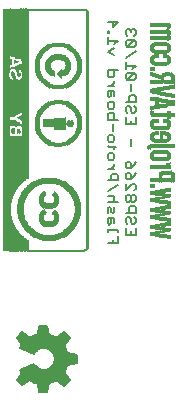
<source format=gbo>
G75*
G70*
%OFA0B0*%
%FSLAX24Y24*%
%IPPOS*%
%LPD*%
%AMOC8*
5,1,8,0,0,1.08239X$1,22.5*
%
%ADD10C,0.0060*%
%ADD11R,0.0010X0.0100*%
%ADD12R,0.0010X0.0120*%
%ADD13R,0.0010X0.0140*%
%ADD14R,0.0010X0.0150*%
%ADD15R,0.0010X0.0160*%
%ADD16R,0.0010X0.0170*%
%ADD17R,0.0010X0.0130*%
%ADD18R,0.0010X0.0180*%
%ADD19R,0.0010X0.0220*%
%ADD20R,0.0010X0.0240*%
%ADD21R,0.0010X0.0260*%
%ADD22R,0.0010X0.0270*%
%ADD23R,0.0010X0.0280*%
%ADD24R,0.0010X0.0190*%
%ADD25R,0.0010X0.0300*%
%ADD26R,0.0010X0.0200*%
%ADD27R,0.0010X0.0320*%
%ADD28R,0.0010X0.0330*%
%ADD29R,0.0010X0.0340*%
%ADD30R,0.0010X0.0210*%
%ADD31R,0.0010X0.0350*%
%ADD32R,0.0010X0.0400*%
%ADD33R,0.0010X0.0390*%
%ADD34R,0.0010X0.0370*%
%ADD35R,0.0010X0.0230*%
%ADD36R,0.0010X0.0250*%
%ADD37R,0.0010X0.0090*%
%ADD38R,0.0010X0.0110*%
%ADD39R,0.0010X0.0360*%
%ADD40R,0.0010X0.0080*%
%ADD41R,0.0010X0.0290*%
%ADD42R,0.0010X0.0310*%
%ADD43R,0.0010X0.0590*%
%ADD44R,0.0010X0.0580*%
%ADD45R,0.0010X0.0070*%
%ADD46R,0.0010X0.0060*%
%ADD47R,0.0010X0.0040*%
%ADD48R,0.0010X0.8070*%
%ADD49R,0.0010X0.8090*%
%ADD50R,0.0010X0.5830*%
%ADD51R,0.0010X0.2110*%
%ADD52R,0.0010X0.3840*%
%ADD53R,0.0010X0.1310*%
%ADD54R,0.0010X0.1560*%
%ADD55R,0.0010X0.1290*%
%ADD56R,0.0010X0.1280*%
%ADD57R,0.0010X0.1260*%
%ADD58R,0.0010X0.1570*%
%ADD59R,0.0010X0.1370*%
%ADD60R,0.0010X0.2390*%
%ADD61R,0.0010X0.1250*%
%ADD62R,0.0010X0.2270*%
%ADD63R,0.0010X0.0050*%
%ADD64R,0.0010X0.1190*%
%ADD65R,0.0010X0.2210*%
%ADD66R,0.0010X0.1240*%
%ADD67R,0.0010X0.1580*%
%ADD68R,0.0010X0.1140*%
%ADD69R,0.0010X0.2160*%
%ADD70R,0.0010X0.1100*%
%ADD71R,0.0010X0.2120*%
%ADD72R,0.0010X0.1230*%
%ADD73R,0.0010X0.1590*%
%ADD74R,0.0010X0.1070*%
%ADD75R,0.0010X0.2090*%
%ADD76R,0.0010X0.1030*%
%ADD77R,0.0010X0.2060*%
%ADD78R,0.0010X0.1000*%
%ADD79R,0.0010X0.2030*%
%ADD80R,0.0010X0.1600*%
%ADD81R,0.0010X0.0980*%
%ADD82R,0.0010X0.2000*%
%ADD83R,0.0010X0.1220*%
%ADD84R,0.0010X0.0950*%
%ADD85R,0.0010X0.1980*%
%ADD86R,0.0010X0.0930*%
%ADD87R,0.0010X0.1950*%
%ADD88R,0.0010X0.1490*%
%ADD89R,0.0010X0.1610*%
%ADD90R,0.0010X0.0910*%
%ADD91R,0.0010X0.1930*%
%ADD92R,0.0010X0.1480*%
%ADD93R,0.0010X0.0890*%
%ADD94R,0.0010X0.1910*%
%ADD95R,0.0010X0.1460*%
%ADD96R,0.0010X0.1620*%
%ADD97R,0.0010X0.0870*%
%ADD98R,0.0010X0.1890*%
%ADD99R,0.0010X0.1420*%
%ADD100R,0.0010X0.0850*%
%ADD101R,0.0010X0.1870*%
%ADD102R,0.0010X0.1380*%
%ADD103R,0.0010X0.0830*%
%ADD104R,0.0010X0.1850*%
%ADD105R,0.0010X0.1330*%
%ADD106R,0.0010X0.1630*%
%ADD107R,0.0010X0.0810*%
%ADD108R,0.0010X0.1830*%
%ADD109R,0.0010X0.1300*%
%ADD110R,0.0010X0.0790*%
%ADD111R,0.0010X0.1820*%
%ADD112R,0.0010X0.1270*%
%ADD113R,0.0010X0.0780*%
%ADD114R,0.0010X0.1800*%
%ADD115R,0.0010X0.1640*%
%ADD116R,0.0010X0.0760*%
%ADD117R,0.0010X0.1790*%
%ADD118R,0.0010X0.0750*%
%ADD119R,0.0010X0.1770*%
%ADD120R,0.0010X0.1210*%
%ADD121R,0.0010X0.1650*%
%ADD122R,0.0010X0.0730*%
%ADD123R,0.0010X0.1760*%
%ADD124R,0.0010X0.0720*%
%ADD125R,0.0010X0.1740*%
%ADD126R,0.0010X0.0700*%
%ADD127R,0.0010X0.1730*%
%ADD128R,0.0010X0.0010*%
%ADD129R,0.0010X0.1180*%
%ADD130R,0.0010X0.1660*%
%ADD131R,0.0010X0.0690*%
%ADD132R,0.0010X0.1710*%
%ADD133R,0.0010X0.0020*%
%ADD134R,0.0010X0.1170*%
%ADD135R,0.0010X0.0030*%
%ADD136R,0.0010X0.0680*%
%ADD137R,0.0010X0.0450*%
%ADD138R,0.0010X0.1700*%
%ADD139R,0.0010X0.1160*%
%ADD140R,0.0010X0.0660*%
%ADD141R,0.0010X0.0540*%
%ADD142R,0.0010X0.1690*%
%ADD143R,0.0010X0.1670*%
%ADD144R,0.0010X0.0650*%
%ADD145R,0.0010X0.0610*%
%ADD146R,0.0010X0.1680*%
%ADD147R,0.0010X0.1150*%
%ADD148R,0.0010X0.0640*%
%ADD149R,0.0010X0.0630*%
%ADD150R,0.0010X0.0620*%
%ADD151R,0.0010X0.1130*%
%ADD152R,0.0010X0.0600*%
%ADD153R,0.0010X0.0920*%
%ADD154R,0.0010X0.1120*%
%ADD155R,0.0010X0.0570*%
%ADD156R,0.0010X0.0960*%
%ADD157R,0.0010X0.0560*%
%ADD158R,0.0010X0.0550*%
%ADD159R,0.0010X0.1060*%
%ADD160R,0.0010X0.0530*%
%ADD161R,0.0010X0.1550*%
%ADD162R,0.0010X0.1720*%
%ADD163R,0.0010X0.0520*%
%ADD164R,0.0010X0.3530*%
%ADD165R,0.0010X0.2130*%
%ADD166R,0.0010X0.0510*%
%ADD167R,0.0010X0.5780*%
%ADD168R,0.0010X0.0500*%
%ADD169R,0.0010X0.5770*%
%ADD170R,0.0010X0.0490*%
%ADD171R,0.0010X0.5760*%
%ADD172R,0.0010X0.0480*%
%ADD173R,0.0010X0.0470*%
%ADD174R,0.0010X0.0440*%
%ADD175R,0.0010X0.5750*%
%ADD176R,0.0010X0.0410*%
%ADD177R,0.0010X0.5740*%
%ADD178R,0.0010X0.0460*%
%ADD179R,0.0010X0.5730*%
%ADD180R,0.0010X0.0380*%
%ADD181R,0.0010X0.5720*%
%ADD182R,0.0010X0.5710*%
%ADD183R,0.0010X0.0430*%
%ADD184R,0.0010X0.5700*%
%ADD185R,0.0010X0.0420*%
%ADD186R,0.0010X0.5690*%
%ADD187R,0.0010X0.5680*%
%ADD188R,0.0010X0.5670*%
%ADD189R,0.0010X0.5660*%
%ADD190R,0.0010X0.5650*%
%ADD191R,0.0010X0.5640*%
%ADD192R,0.0010X0.0740*%
%ADD193R,0.0010X0.0770*%
%ADD194R,0.0010X0.0800*%
%ADD195R,0.0010X0.0840*%
%ADD196R,0.0010X0.0860*%
%ADD197R,0.0010X0.0900*%
%ADD198R,0.0010X0.1200*%
%ADD199R,0.0010X0.1110*%
%ADD200R,0.0010X0.1080*%
%ADD201R,0.0010X0.1040*%
%ADD202R,0.0010X0.0880*%
%ADD203R,0.0010X0.0820*%
%ADD204R,0.0010X0.0710*%
%ADD205R,0.0010X0.0670*%
%ADD206R,0.0010X0.8050*%
%ADD207R,0.0010X0.8030*%
%ADD208R,0.0010X0.8010*%
%ADD209R,0.0010X0.7990*%
%ADD210R,0.0010X0.7970*%
%ADD211R,0.0010X0.7930*%
%ADD212R,0.0010X0.7890*%
D10*
X003430Y005148D02*
X003620Y004968D01*
X003860Y005128D01*
X003840Y005154D02*
X003504Y005154D01*
X003480Y005178D02*
X003630Y005028D01*
X003880Y005178D01*
X004130Y005078D01*
X004230Y004778D01*
X004180Y004778D01*
X004430Y004778D01*
X004480Y005078D01*
X004780Y005178D01*
X004980Y004978D01*
X005130Y005128D01*
X004980Y005428D01*
X005130Y005728D01*
X005130Y005678D01*
X005380Y005728D01*
X005380Y005978D01*
X005080Y005978D01*
X004980Y006278D01*
X005130Y006528D01*
X005030Y006678D01*
X004730Y006528D01*
X004480Y006628D01*
X004430Y006928D01*
X004180Y006928D01*
X004180Y006628D01*
X003830Y006528D01*
X003630Y006678D01*
X003480Y006528D01*
X003630Y006328D01*
X003580Y006228D01*
X003980Y006028D01*
X004180Y006228D01*
X004430Y006228D01*
X004680Y006078D01*
X004730Y005828D01*
X004630Y005528D01*
X004630Y005578D01*
X004380Y005428D01*
X004080Y005528D01*
X003980Y005628D01*
X003580Y005478D01*
X003630Y005378D01*
X003480Y005178D01*
X003506Y005212D02*
X005088Y005212D01*
X005117Y005154D02*
X004804Y005154D01*
X004750Y005138D02*
X005010Y004958D01*
X005190Y005148D01*
X005010Y005408D01*
X005000Y005388D02*
X003625Y005388D01*
X003600Y005388D02*
X003430Y005148D01*
X003562Y005095D02*
X003743Y005095D01*
X003645Y005037D02*
X003621Y005037D01*
X003550Y005271D02*
X005058Y005271D01*
X005029Y005329D02*
X003594Y005329D01*
X003600Y005388D02*
X003540Y005488D01*
X003990Y005688D01*
X003986Y005622D02*
X003964Y005622D01*
X004044Y005563D02*
X003808Y005563D01*
X003652Y005505D02*
X004149Y005505D01*
X004324Y005446D02*
X003596Y005446D01*
X003940Y005154D02*
X004708Y005154D01*
X004862Y005095D02*
X005098Y005095D01*
X005039Y005037D02*
X004921Y005037D01*
X004979Y004978D02*
X004981Y004978D01*
X004989Y005446D02*
X004411Y005446D01*
X004508Y005505D02*
X005019Y005505D01*
X005048Y005563D02*
X004642Y005563D01*
X004630Y005563D02*
X004606Y005563D01*
X004661Y005622D02*
X005077Y005622D01*
X005110Y005658D02*
X005430Y005708D01*
X005430Y005978D01*
X005110Y006028D01*
X005062Y006031D02*
X004689Y006031D01*
X004701Y005973D02*
X005380Y005973D01*
X005380Y005914D02*
X004713Y005914D01*
X004724Y005856D02*
X005380Y005856D01*
X005380Y005797D02*
X004720Y005797D01*
X004700Y005739D02*
X005380Y005739D01*
X005143Y005680D02*
X005130Y005680D01*
X005106Y005680D02*
X004681Y005680D01*
X004000Y005688D02*
X004018Y005655D01*
X004039Y005625D01*
X004063Y005596D01*
X004090Y005570D01*
X004119Y005548D01*
X004151Y005528D01*
X004184Y005511D01*
X004219Y005498D01*
X004255Y005489D01*
X004292Y005483D01*
X004329Y005481D01*
X004366Y005483D01*
X004403Y005488D01*
X004439Y005498D01*
X004474Y005510D01*
X004508Y005527D01*
X004539Y005546D01*
X004569Y005569D01*
X004596Y005595D01*
X004620Y005623D01*
X004641Y005654D01*
X004659Y005686D01*
X004674Y005720D01*
X004685Y005756D01*
X004693Y005792D01*
X004697Y005829D01*
X004697Y005867D01*
X004693Y005904D01*
X004685Y005940D01*
X004674Y005976D01*
X004659Y006010D01*
X004641Y006042D01*
X004620Y006073D01*
X004596Y006101D01*
X004569Y006127D01*
X004539Y006150D01*
X004508Y006169D01*
X004474Y006186D01*
X004439Y006198D01*
X004403Y006208D01*
X004366Y006213D01*
X004329Y006215D01*
X004292Y006213D01*
X004255Y006207D01*
X004219Y006198D01*
X004184Y006185D01*
X004151Y006168D01*
X004119Y006148D01*
X004090Y006126D01*
X004063Y006100D01*
X004039Y006071D01*
X004018Y006041D01*
X004000Y006008D01*
X003990Y006008D02*
X003540Y006198D01*
X003600Y006298D01*
X003430Y006538D01*
X003620Y006728D01*
X003860Y006558D01*
X003790Y006558D02*
X003510Y006558D01*
X003501Y006499D02*
X005113Y006499D01*
X005110Y006558D02*
X004790Y006558D01*
X004750Y006548D02*
X005010Y006728D01*
X005190Y006538D01*
X005010Y006278D01*
X004984Y006265D02*
X003599Y006265D01*
X003622Y006207D02*
X004159Y006207D01*
X004101Y006148D02*
X003739Y006148D01*
X003856Y006090D02*
X004042Y006090D01*
X003984Y006031D02*
X003973Y006031D01*
X003860Y006558D02*
X003901Y006581D01*
X003944Y006602D01*
X003989Y006620D01*
X004034Y006635D01*
X004080Y006648D01*
X004127Y006658D01*
X004130Y006658D02*
X004180Y006958D01*
X004440Y006958D01*
X004500Y006658D01*
X004472Y006675D02*
X004180Y006675D01*
X004180Y006733D02*
X004462Y006733D01*
X004453Y006792D02*
X004180Y006792D01*
X004180Y006850D02*
X004443Y006850D01*
X004433Y006909D02*
X004180Y006909D01*
X004140Y006616D02*
X004509Y006616D01*
X004655Y006558D02*
X003935Y006558D01*
X003712Y006616D02*
X003569Y006616D01*
X003627Y006675D02*
X003634Y006675D01*
X003545Y006441D02*
X005078Y006441D01*
X005043Y006382D02*
X003589Y006382D01*
X003628Y006324D02*
X005008Y006324D01*
X005004Y006207D02*
X004465Y006207D01*
X004562Y006148D02*
X005023Y006148D01*
X005043Y006090D02*
X004660Y006090D01*
X004748Y006546D02*
X004701Y006575D01*
X004653Y006600D01*
X004603Y006622D01*
X004552Y006641D01*
X004500Y006656D01*
X004907Y006616D02*
X005071Y006616D01*
X005032Y006675D02*
X005024Y006675D01*
X005011Y006282D02*
X005038Y006235D01*
X005061Y006186D01*
X005081Y006136D01*
X005098Y006085D01*
X005112Y006033D01*
X004533Y005095D02*
X004086Y005095D01*
X004130Y005028D02*
X004180Y004728D01*
X004440Y004728D01*
X004500Y005028D01*
X004473Y005037D02*
X004144Y005037D01*
X004163Y004978D02*
X004463Y004978D01*
X004454Y004920D02*
X004183Y004920D01*
X004202Y004861D02*
X004444Y004861D01*
X004434Y004803D02*
X004222Y004803D01*
X005013Y005411D02*
X005038Y005456D01*
X005061Y005503D01*
X005080Y005551D01*
X005097Y005600D01*
X005110Y005650D01*
X004745Y005139D02*
X004698Y005112D01*
X004651Y005088D01*
X004602Y005067D01*
X004551Y005049D01*
X004500Y005035D01*
X004129Y005028D02*
X004073Y005041D01*
X004018Y005058D01*
X003965Y005079D01*
X003913Y005103D01*
X003863Y005131D01*
X006460Y009712D02*
X006800Y009712D01*
X006800Y009939D01*
X006800Y010081D02*
X006800Y010137D01*
X006460Y010137D01*
X006460Y010081D02*
X006460Y010194D01*
X006517Y010326D02*
X006573Y010383D01*
X006573Y010553D01*
X006630Y010553D02*
X006460Y010553D01*
X006460Y010383D01*
X006517Y010326D01*
X006687Y010383D02*
X006687Y010496D01*
X006630Y010553D01*
X006630Y010695D02*
X006687Y010751D01*
X006687Y010921D01*
X006573Y010865D02*
X006573Y010751D01*
X006630Y010695D01*
X006460Y010695D02*
X006460Y010865D01*
X006517Y010921D01*
X006573Y010865D01*
X006630Y011063D02*
X006687Y011120D01*
X006687Y011233D01*
X006630Y011290D01*
X006460Y011290D01*
X006460Y011431D02*
X006800Y011658D01*
X006800Y011800D02*
X006800Y011970D01*
X006744Y012026D01*
X006630Y012026D01*
X006573Y011970D01*
X006573Y011800D01*
X006460Y011800D02*
X006800Y011800D01*
X007060Y011887D02*
X007060Y012000D01*
X007117Y012057D01*
X007173Y012057D01*
X007230Y012000D01*
X007230Y011830D01*
X007117Y011830D01*
X007060Y011887D01*
X007230Y011830D02*
X007344Y011944D01*
X007400Y012057D01*
X007230Y012199D02*
X007230Y012369D01*
X007173Y012425D01*
X007117Y012425D01*
X007060Y012369D01*
X007060Y012255D01*
X007117Y012199D01*
X007230Y012199D01*
X007344Y012312D01*
X007400Y012425D01*
X007230Y012935D02*
X007230Y013162D01*
X007230Y013672D02*
X007230Y013785D01*
X007060Y013672D02*
X007060Y013899D01*
X007117Y014040D02*
X007060Y014097D01*
X007060Y014210D01*
X007117Y014267D01*
X007173Y014267D01*
X007230Y014210D01*
X007230Y014097D01*
X007287Y014040D01*
X007344Y014040D01*
X007400Y014097D01*
X007400Y014210D01*
X007344Y014267D01*
X007400Y014408D02*
X007400Y014579D01*
X007344Y014635D01*
X007230Y014635D01*
X007173Y014579D01*
X007173Y014408D01*
X007060Y014408D02*
X007400Y014408D01*
X007230Y014777D02*
X007230Y015004D01*
X007117Y015145D02*
X007344Y015372D01*
X007117Y015372D01*
X007060Y015315D01*
X007060Y015202D01*
X007117Y015145D01*
X007344Y015145D01*
X007400Y015202D01*
X007400Y015315D01*
X007344Y015372D01*
X007287Y015513D02*
X007400Y015627D01*
X007060Y015627D01*
X007060Y015740D02*
X007060Y015513D01*
X006800Y015464D02*
X006460Y015464D01*
X006460Y015294D01*
X006517Y015237D01*
X006630Y015237D01*
X006687Y015294D01*
X006687Y015464D01*
X006687Y015100D02*
X006687Y015044D01*
X006573Y014930D01*
X006460Y014930D02*
X006687Y014930D01*
X006630Y014789D02*
X006460Y014789D01*
X006460Y014619D01*
X006517Y014562D01*
X006573Y014619D01*
X006573Y014789D01*
X006630Y014789D02*
X006687Y014732D01*
X006687Y014619D01*
X006630Y014420D02*
X006687Y014364D01*
X006687Y014250D01*
X006630Y014194D01*
X006517Y014194D01*
X006460Y014250D01*
X006460Y014364D01*
X006517Y014420D01*
X006630Y014420D01*
X006630Y014052D02*
X006517Y014052D01*
X006460Y013995D01*
X006460Y013825D01*
X006800Y013825D01*
X006687Y013825D02*
X006687Y013995D01*
X006630Y014052D01*
X006630Y013684D02*
X006630Y013457D01*
X006630Y013316D02*
X006517Y013316D01*
X006460Y013259D01*
X006460Y013145D01*
X006517Y013089D01*
X006630Y013089D01*
X006687Y013145D01*
X006687Y013259D01*
X006630Y013316D01*
X006687Y012957D02*
X006687Y012843D01*
X006744Y012900D02*
X006517Y012900D01*
X006460Y012957D01*
X006517Y012702D02*
X006630Y012702D01*
X006687Y012645D01*
X006687Y012532D01*
X006630Y012475D01*
X006517Y012475D01*
X006460Y012532D01*
X006460Y012645D01*
X006517Y012702D01*
X006687Y012338D02*
X006687Y012281D01*
X006573Y012168D01*
X006460Y012168D02*
X006687Y012168D01*
X007060Y011689D02*
X007060Y011462D01*
X007287Y011689D01*
X007344Y011689D01*
X007400Y011632D01*
X007400Y011519D01*
X007344Y011462D01*
X007344Y011320D02*
X007287Y011320D01*
X007230Y011264D01*
X007230Y011150D01*
X007287Y011094D01*
X007344Y011094D01*
X007400Y011150D01*
X007400Y011264D01*
X007344Y011320D01*
X007230Y011264D02*
X007173Y011320D01*
X007117Y011320D01*
X007060Y011264D01*
X007060Y011150D01*
X007117Y011094D01*
X007173Y011094D01*
X007230Y011150D01*
X007230Y010952D02*
X007173Y010895D01*
X007173Y010725D01*
X007060Y010725D02*
X007400Y010725D01*
X007400Y010895D01*
X007344Y010952D01*
X007230Y010952D01*
X007173Y010584D02*
X007117Y010584D01*
X007060Y010527D01*
X007060Y010414D01*
X007117Y010357D01*
X007230Y010414D02*
X007230Y010527D01*
X007173Y010584D01*
X007344Y010584D02*
X007400Y010527D01*
X007400Y010414D01*
X007344Y010357D01*
X007287Y010357D01*
X007230Y010414D01*
X007060Y010216D02*
X007060Y009989D01*
X007400Y009989D01*
X007400Y010216D01*
X007230Y010102D02*
X007230Y009989D01*
X006630Y009826D02*
X006630Y009712D01*
X006800Y011063D02*
X006460Y011063D01*
X007060Y013672D02*
X007400Y013672D01*
X007400Y013899D01*
X007060Y015882D02*
X007400Y016109D01*
X007344Y016250D02*
X007400Y016307D01*
X007400Y016420D01*
X007344Y016477D01*
X007117Y016250D01*
X007060Y016307D01*
X007060Y016420D01*
X007117Y016477D01*
X007344Y016477D01*
X007344Y016618D02*
X007400Y016675D01*
X007400Y016788D01*
X007344Y016845D01*
X007287Y016845D01*
X007230Y016788D01*
X007173Y016845D01*
X007117Y016845D01*
X007060Y016788D01*
X007060Y016675D01*
X007117Y016618D01*
X007230Y016732D02*
X007230Y016788D01*
X006800Y017065D02*
X006630Y016895D01*
X006630Y017121D01*
X006460Y017065D02*
X006800Y017065D01*
X006517Y016767D02*
X006460Y016767D01*
X006460Y016710D01*
X006517Y016710D01*
X006517Y016767D01*
X006460Y016569D02*
X006460Y016342D01*
X006460Y016456D02*
X006800Y016456D01*
X006687Y016342D01*
X006687Y016201D02*
X006460Y016087D01*
X006687Y015974D01*
X007117Y016250D02*
X007344Y016250D01*
D11*
X008580Y016933D03*
X007820Y012873D03*
X008230Y011443D03*
X008240Y011443D03*
X008250Y011443D03*
X008260Y011443D03*
X008320Y011453D03*
X008290Y011323D03*
X008280Y011323D03*
X008270Y011323D03*
X008260Y011323D03*
X008250Y011323D03*
X008240Y011323D03*
X008320Y010883D03*
X008260Y010873D03*
X008250Y010873D03*
X008240Y010873D03*
X008230Y010873D03*
X008240Y010753D03*
X008250Y010753D03*
X008260Y010753D03*
X008270Y010753D03*
X008280Y010753D03*
X008290Y010753D03*
X008560Y010703D03*
X008570Y010703D03*
X008320Y010313D03*
X008260Y010303D03*
X008250Y010303D03*
X008240Y010303D03*
X008230Y010303D03*
X008240Y010183D03*
X008250Y010183D03*
X008260Y010183D03*
X008270Y010183D03*
X008280Y010183D03*
X008290Y010183D03*
X008560Y010133D03*
X008570Y010133D03*
X008570Y011273D03*
X008560Y011273D03*
X005760Y009483D03*
X004660Y011313D03*
X005130Y013693D03*
X005330Y013693D03*
X003620Y013613D03*
X003530Y013663D03*
X003550Y013863D03*
X003560Y015323D03*
X003390Y015743D03*
X003380Y015743D03*
D12*
X003400Y015543D03*
X003270Y015333D03*
X003550Y015323D03*
X003560Y013863D03*
X003500Y013673D03*
X003630Y013593D03*
X003460Y013423D03*
X004670Y010713D03*
X007910Y012623D03*
X007830Y012883D03*
X007910Y013243D03*
X008060Y013363D03*
X008070Y013363D03*
X008080Y013363D03*
X008090Y013363D03*
X008100Y013363D03*
X008110Y013363D03*
X008120Y013363D03*
X008130Y013363D03*
X008140Y013363D03*
X008150Y013363D03*
X008160Y013363D03*
X008170Y013363D03*
X008330Y013363D03*
X008340Y013363D03*
X008350Y013363D03*
X008360Y013363D03*
X008370Y013363D03*
X008380Y013363D03*
X008390Y013363D03*
X008400Y013363D03*
X008410Y013363D03*
X008580Y013243D03*
X008580Y013663D03*
X008170Y013783D03*
X008160Y013783D03*
X008150Y013783D03*
X008140Y013783D03*
X008130Y013783D03*
X008120Y013783D03*
X008110Y013783D03*
X008100Y013783D03*
X008090Y013783D03*
X008080Y013783D03*
X008070Y013783D03*
X008060Y013783D03*
X007910Y013663D03*
X008010Y014223D03*
X008020Y014223D03*
X008170Y014253D03*
X008180Y014253D03*
X008190Y014253D03*
X008200Y014253D03*
X008220Y014263D03*
X008230Y014263D03*
X008240Y014263D03*
X008250Y014263D03*
X008260Y014263D03*
X008280Y014273D03*
X008290Y014273D03*
X008300Y014273D03*
X008310Y014273D03*
X008320Y014273D03*
X008330Y014283D03*
X008340Y014283D03*
X008350Y014283D03*
X008360Y014283D03*
X008370Y014283D03*
X008390Y014293D03*
X008400Y014293D03*
X008410Y014293D03*
X008420Y014293D03*
X008430Y014293D03*
X008430Y014433D03*
X008240Y014693D03*
X008190Y014703D03*
X008180Y014703D03*
X008180Y014833D03*
X008190Y014833D03*
X008200Y014833D03*
X008210Y014833D03*
X008220Y014843D03*
X008230Y014843D03*
X008240Y014843D03*
X008250Y014843D03*
X008260Y014843D03*
X008270Y014843D03*
X008280Y014853D03*
X008290Y014853D03*
X008300Y014853D03*
X008310Y014853D03*
X008320Y014853D03*
X008340Y014863D03*
X008350Y014863D03*
X008360Y014863D03*
X008370Y014863D03*
X008400Y014873D03*
X008410Y014873D03*
X008420Y014873D03*
X008430Y014873D03*
X008460Y014883D03*
X008470Y014883D03*
X008480Y014883D03*
X008520Y014893D03*
X008530Y014893D03*
X008580Y014903D03*
X008630Y014913D03*
X008640Y014913D03*
X008690Y014923D03*
X008580Y015813D03*
X008580Y016213D03*
X008170Y015933D03*
X008160Y015933D03*
X008150Y015933D03*
X008140Y015933D03*
X008130Y015933D03*
X008120Y015933D03*
X008110Y015933D03*
X008100Y015933D03*
X008090Y015933D03*
X008080Y015933D03*
X008070Y015933D03*
X008060Y015933D03*
X007910Y015813D03*
X007910Y016213D03*
X008580Y012623D03*
X008570Y011483D03*
X008560Y011483D03*
X008550Y011483D03*
X008540Y011483D03*
X008530Y011483D03*
X008490Y011473D03*
X008480Y011473D03*
X008470Y011473D03*
X008400Y011463D03*
X008500Y011273D03*
X008510Y011273D03*
X008520Y011273D03*
X008530Y011273D03*
X008460Y011063D03*
X008390Y011073D03*
X008380Y011073D03*
X008370Y011073D03*
X008320Y011083D03*
X008310Y011083D03*
X008300Y011083D03*
X008290Y011083D03*
X008280Y011083D03*
X008260Y011093D03*
X008250Y011093D03*
X008240Y011093D03*
X008230Y011093D03*
X008220Y011093D03*
X008210Y011093D03*
X008400Y010893D03*
X008470Y010903D03*
X008480Y010903D03*
X008490Y010903D03*
X008530Y010913D03*
X008540Y010913D03*
X008550Y010913D03*
X008560Y010913D03*
X008570Y010913D03*
X008530Y010703D03*
X008520Y010703D03*
X008510Y010703D03*
X008500Y010703D03*
X008460Y010493D03*
X008390Y010503D03*
X008380Y010503D03*
X008370Y010503D03*
X008320Y010513D03*
X008310Y010513D03*
X008300Y010513D03*
X008290Y010513D03*
X008280Y010513D03*
X008260Y010523D03*
X008250Y010523D03*
X008240Y010523D03*
X008230Y010523D03*
X008220Y010523D03*
X008210Y010523D03*
X008400Y010323D03*
X008470Y010333D03*
X008480Y010333D03*
X008490Y010333D03*
X008530Y010343D03*
X008540Y010343D03*
X008550Y010343D03*
X008560Y010343D03*
X008570Y010343D03*
X008530Y010133D03*
X008520Y010133D03*
X008510Y010133D03*
X008500Y010133D03*
X008460Y009923D03*
X008390Y009933D03*
X008380Y009933D03*
X008370Y009933D03*
X008320Y009943D03*
X008310Y009943D03*
X008300Y009943D03*
X008290Y009943D03*
X008280Y009943D03*
X008260Y009953D03*
X008250Y009953D03*
X008240Y009953D03*
X008230Y009953D03*
X008220Y009953D03*
X008210Y009953D03*
X007930Y010003D03*
X007920Y010003D03*
X007920Y010243D03*
X007920Y010573D03*
X007930Y010573D03*
X007920Y010813D03*
X007920Y011143D03*
X007930Y011143D03*
X007920Y011383D03*
D13*
X007970Y011383D03*
X007980Y011383D03*
X007990Y011383D03*
X007990Y011143D03*
X008000Y011143D03*
X007980Y011143D03*
X007970Y011143D03*
X007970Y010813D03*
X007980Y010813D03*
X007990Y010813D03*
X007990Y010573D03*
X008000Y010573D03*
X007980Y010573D03*
X007970Y010573D03*
X007970Y010243D03*
X007980Y010243D03*
X007990Y010243D03*
X007990Y010003D03*
X008000Y010003D03*
X007980Y010003D03*
X007970Y010003D03*
X008440Y010133D03*
X008450Y010133D03*
X008460Y010133D03*
X008470Y010133D03*
X008530Y009913D03*
X008540Y009913D03*
X008540Y010483D03*
X008530Y010483D03*
X008470Y010703D03*
X008460Y010703D03*
X008450Y010703D03*
X008440Y010703D03*
X008530Y011053D03*
X008540Y011053D03*
X008470Y011273D03*
X008460Y011273D03*
X008450Y011273D03*
X008440Y011273D03*
X008180Y011803D03*
X008310Y012043D03*
X008320Y012043D03*
X008330Y012043D03*
X008340Y012043D03*
X008400Y012233D03*
X008410Y012233D03*
X008540Y012043D03*
X008550Y012043D03*
X008560Y012043D03*
X008570Y012043D03*
X008450Y012503D03*
X008460Y012513D03*
X008460Y012733D03*
X008450Y013123D03*
X008460Y013133D03*
X008470Y013343D03*
X008460Y013353D03*
X008450Y013543D03*
X008460Y013553D03*
X008470Y013763D03*
X008460Y013773D03*
X008050Y013543D03*
X008040Y013543D03*
X008030Y013553D03*
X008030Y013353D03*
X008020Y013343D03*
X008030Y013133D03*
X008040Y013123D03*
X008050Y013123D03*
X007910Y012923D03*
X007840Y012893D03*
X008030Y012733D03*
X008030Y012513D03*
X008040Y012503D03*
X008020Y013763D03*
X008030Y013773D03*
X008030Y013973D03*
X008200Y014473D03*
X008210Y014473D03*
X008260Y014463D03*
X008320Y014453D03*
X008410Y014663D03*
X008460Y014653D03*
X008470Y014653D03*
X008510Y014643D03*
X008520Y014643D03*
X008530Y014643D03*
X008570Y014633D03*
X008580Y014633D03*
X008590Y014633D03*
X008600Y014633D03*
X008620Y014623D03*
X008630Y014623D03*
X008640Y014623D03*
X008650Y014623D03*
X008660Y014623D03*
X008670Y014613D03*
X008680Y014613D03*
X008690Y014613D03*
X008700Y014613D03*
X008570Y015323D03*
X008560Y015323D03*
X008390Y015323D03*
X008380Y015323D03*
X008250Y015233D03*
X008240Y015233D03*
X008230Y015243D03*
X008220Y015243D03*
X008210Y015243D03*
X008200Y015253D03*
X008190Y015253D03*
X008180Y015253D03*
X008170Y015263D03*
X008160Y015263D03*
X008150Y015263D03*
X008140Y015273D03*
X008130Y015273D03*
X008120Y015273D03*
X008110Y015283D03*
X008100Y015283D03*
X008090Y015283D03*
X008080Y015293D03*
X008070Y015293D03*
X008050Y015303D03*
X008040Y015303D03*
X008020Y015313D03*
X008010Y015313D03*
X007990Y015323D03*
X007980Y015323D03*
X007960Y015333D03*
X007950Y015333D03*
X007930Y015343D03*
X007920Y015343D03*
X008040Y015693D03*
X008050Y015693D03*
X008030Y015703D03*
X008020Y015913D03*
X008030Y015923D03*
X008040Y016093D03*
X008030Y016103D03*
X008030Y016323D03*
X008460Y016323D03*
X008460Y016103D03*
X008450Y016093D03*
X008460Y015923D03*
X008470Y015913D03*
X008460Y015703D03*
X008450Y015693D03*
X008460Y016533D03*
X008570Y016703D03*
X008450Y016763D03*
X008570Y016933D03*
X008460Y016983D03*
X007950Y014523D03*
X007940Y014523D03*
X007930Y014523D03*
X007920Y014523D03*
X007960Y014513D03*
X007970Y014513D03*
X007980Y014513D03*
X007990Y014513D03*
X008000Y014513D03*
X008020Y014503D03*
X008030Y014503D03*
X008040Y014503D03*
X008050Y014503D03*
X005320Y013693D03*
X004920Y014403D03*
X004910Y014403D03*
X004900Y014403D03*
X004890Y014403D03*
X004780Y014403D03*
X004770Y014403D03*
X004760Y014403D03*
X004750Y014403D03*
X004690Y014393D03*
X004750Y014903D03*
X004760Y014903D03*
X004770Y014903D03*
X004900Y014903D03*
X004910Y014903D03*
X004920Y014903D03*
X004950Y016313D03*
X004870Y016323D03*
X004860Y016323D03*
X004850Y016323D03*
X004840Y016323D03*
X004830Y016323D03*
X004820Y016323D03*
X004810Y016323D03*
X004800Y016323D03*
X003540Y015323D03*
X003530Y015323D03*
X003580Y013863D03*
X003480Y013673D03*
X003550Y013423D03*
X004790Y012983D03*
X004800Y012983D03*
X004810Y012983D03*
X004820Y012983D03*
X004830Y012983D03*
X004840Y012983D03*
X004850Y012983D03*
X004860Y012983D03*
X004870Y012983D03*
X004880Y012983D03*
X004380Y011333D03*
D14*
X004680Y010718D03*
X005580Y010828D03*
X005000Y012998D03*
X004990Y012998D03*
X004980Y012998D03*
X004970Y012998D03*
X004960Y012998D03*
X004950Y012988D03*
X004940Y012988D03*
X004930Y012988D03*
X004920Y012988D03*
X004910Y012988D03*
X004900Y012988D03*
X004890Y012988D03*
X004780Y012988D03*
X004770Y012988D03*
X004760Y012988D03*
X004750Y012988D03*
X004740Y012988D03*
X004730Y012988D03*
X004720Y012988D03*
X004710Y012998D03*
X004700Y012998D03*
X004690Y012998D03*
X004680Y012998D03*
X004670Y012998D03*
X004660Y013008D03*
X004650Y013008D03*
X004640Y013008D03*
X004620Y013018D03*
X004610Y013018D03*
X005010Y013008D03*
X005020Y013008D03*
X005030Y013008D03*
X005050Y013018D03*
X005060Y013018D03*
X005070Y014368D03*
X005040Y014378D03*
X005030Y014378D03*
X005010Y014388D03*
X005000Y014388D03*
X004990Y014388D03*
X004980Y014388D03*
X004970Y014398D03*
X004960Y014398D03*
X004950Y014398D03*
X004940Y014398D03*
X004930Y014398D03*
X004880Y014408D03*
X004870Y014408D03*
X004860Y014408D03*
X004850Y014408D03*
X004840Y014408D03*
X004830Y014408D03*
X004820Y014408D03*
X004810Y014408D03*
X004800Y014408D03*
X004790Y014408D03*
X004740Y014398D03*
X004730Y014398D03*
X004720Y014398D03*
X004710Y014398D03*
X004700Y014398D03*
X004680Y014388D03*
X004670Y014388D03*
X004660Y014388D03*
X004650Y014388D03*
X004630Y014378D03*
X004620Y014378D03*
X004600Y014368D03*
X004700Y014908D03*
X004710Y014908D03*
X004720Y014908D03*
X004730Y014908D03*
X004740Y014908D03*
X004780Y014898D03*
X004790Y014898D03*
X004800Y014898D03*
X004810Y014898D03*
X004820Y014898D03*
X004830Y014898D03*
X004840Y014898D03*
X004850Y014898D03*
X004860Y014898D03*
X004870Y014898D03*
X004880Y014898D03*
X004890Y014898D03*
X004930Y014908D03*
X004940Y014908D03*
X004950Y014908D03*
X004960Y014908D03*
X004970Y014908D03*
X004980Y014918D03*
X004990Y014918D03*
X005000Y014918D03*
X005010Y014918D03*
X005030Y014928D03*
X005040Y014928D03*
X005070Y014938D03*
X004860Y015358D03*
X004690Y014918D03*
X004680Y014918D03*
X004670Y014918D03*
X004660Y014918D03*
X004640Y014928D03*
X004630Y014928D03*
X004600Y014938D03*
X004580Y016278D03*
X004610Y016288D03*
X004630Y016298D03*
X004640Y016298D03*
X004650Y016298D03*
X004670Y016308D03*
X004680Y016308D03*
X004690Y016308D03*
X004700Y016308D03*
X004710Y016308D03*
X004720Y016318D03*
X004730Y016318D03*
X004740Y016318D03*
X004750Y016318D03*
X004760Y016318D03*
X004770Y016318D03*
X004780Y016318D03*
X004790Y016318D03*
X004880Y016318D03*
X004890Y016318D03*
X004900Y016318D03*
X004910Y016318D03*
X004920Y016318D03*
X004930Y016318D03*
X004940Y016318D03*
X004960Y016308D03*
X004970Y016308D03*
X004980Y016308D03*
X004990Y016308D03*
X005000Y016308D03*
X005010Y016298D03*
X005020Y016298D03*
X005030Y016298D03*
X005060Y016288D03*
X003520Y015568D03*
X003510Y015568D03*
X003420Y015538D03*
X003510Y015328D03*
X003280Y015328D03*
X003590Y013868D03*
X003540Y013428D03*
X003470Y013428D03*
X003380Y013428D03*
X003470Y010828D03*
X007850Y012898D03*
X008020Y012728D03*
X008020Y012518D03*
X008300Y012038D03*
X008580Y012038D03*
X008470Y012518D03*
X008470Y012728D03*
X008470Y013138D03*
X008470Y013558D03*
X008020Y013558D03*
X008020Y013138D03*
X007930Y014038D03*
X007930Y014768D03*
X007920Y014768D03*
X008060Y015298D03*
X008030Y015308D03*
X008000Y015318D03*
X007970Y015328D03*
X007940Y015338D03*
X008020Y015708D03*
X008020Y016108D03*
X008020Y016318D03*
X008470Y016318D03*
X008470Y016108D03*
X008470Y015708D03*
X008370Y015318D03*
X008580Y015318D03*
X008700Y014368D03*
X008470Y016538D03*
X008460Y016758D03*
X008470Y016978D03*
X008030Y011388D03*
X008020Y011388D03*
X008010Y011388D03*
X008000Y011388D03*
X008010Y011138D03*
X008020Y011138D03*
X008020Y010818D03*
X008030Y010818D03*
X008010Y010818D03*
X008000Y010818D03*
X008010Y010568D03*
X008020Y010568D03*
X008020Y010248D03*
X008030Y010248D03*
X008010Y010248D03*
X008000Y010248D03*
X008010Y009998D03*
X008020Y009998D03*
X008420Y010128D03*
X008430Y010128D03*
X008430Y010698D03*
X008420Y010698D03*
X008420Y011268D03*
X008430Y011268D03*
D15*
X008410Y011273D03*
X008400Y011273D03*
X008390Y011273D03*
X008380Y011273D03*
X008060Y011383D03*
X008050Y011383D03*
X008040Y011383D03*
X008040Y011143D03*
X008050Y011143D03*
X008060Y011143D03*
X008030Y011143D03*
X008040Y010813D03*
X008050Y010813D03*
X008060Y010813D03*
X008060Y010573D03*
X008050Y010573D03*
X008040Y010573D03*
X008030Y010573D03*
X008040Y010243D03*
X008050Y010243D03*
X008060Y010243D03*
X008060Y010003D03*
X008050Y010003D03*
X008040Y010003D03*
X008030Y010003D03*
X008380Y010133D03*
X008390Y010133D03*
X008400Y010133D03*
X008410Y010133D03*
X008410Y010703D03*
X008400Y010703D03*
X008390Y010703D03*
X008380Y010703D03*
X008290Y012023D03*
X008420Y012243D03*
X007900Y012913D03*
X007880Y012903D03*
X007870Y012903D03*
X007860Y012903D03*
X008020Y013983D03*
X007950Y014763D03*
X007940Y014763D03*
X008360Y015313D03*
X008590Y015313D03*
X008560Y016703D03*
X008560Y016933D03*
X005310Y013693D03*
X005150Y013693D03*
X005160Y013063D03*
X005140Y013053D03*
X005120Y013043D03*
X005110Y013043D03*
X005100Y013033D03*
X005090Y013033D03*
X005080Y013023D03*
X005070Y013023D03*
X005040Y013013D03*
X004630Y013013D03*
X004600Y013023D03*
X004590Y013023D03*
X004580Y013033D03*
X004570Y013033D03*
X004550Y013043D03*
X004530Y013053D03*
X004510Y013063D03*
X003600Y013863D03*
X003470Y013673D03*
X003460Y013673D03*
X003480Y013433D03*
X003490Y013433D03*
X003500Y013433D03*
X003510Y013433D03*
X003520Y013433D03*
X003530Y013433D03*
X003370Y013433D03*
X003280Y013433D03*
X004520Y014333D03*
X004530Y014343D03*
X004540Y014343D03*
X004550Y014353D03*
X004560Y014353D03*
X004570Y014363D03*
X004580Y014363D03*
X004590Y014363D03*
X004610Y014373D03*
X004640Y014383D03*
X005020Y014383D03*
X005050Y014373D03*
X005060Y014373D03*
X005080Y014363D03*
X005090Y014363D03*
X005100Y014353D03*
X005110Y014353D03*
X005130Y014343D03*
X005020Y014923D03*
X005050Y014933D03*
X005060Y014933D03*
X005080Y014943D03*
X005090Y014943D03*
X005100Y014953D03*
X005110Y014953D03*
X005130Y014963D03*
X005150Y014973D03*
X004650Y014923D03*
X004620Y014933D03*
X004610Y014933D03*
X004590Y014943D03*
X004580Y014943D03*
X004570Y014953D03*
X004560Y014953D03*
X004540Y014963D03*
X004520Y014973D03*
X004410Y015603D03*
X004520Y016253D03*
X004530Y016253D03*
X004540Y016263D03*
X004550Y016263D03*
X004560Y016273D03*
X004570Y016273D03*
X004590Y016283D03*
X004600Y016283D03*
X004620Y016293D03*
X004660Y016303D03*
X005040Y016293D03*
X005050Y016293D03*
X005070Y016283D03*
X005080Y016283D03*
X005090Y016273D03*
X005100Y016273D03*
X005110Y016273D03*
X005120Y016263D03*
X005130Y016263D03*
X003540Y015573D03*
X003530Y015573D03*
X003430Y015533D03*
X003520Y015323D03*
X003290Y015333D03*
X004680Y011323D03*
D16*
X004370Y011338D03*
X004370Y010728D03*
X004560Y013038D03*
X004540Y013048D03*
X004520Y013058D03*
X004500Y013068D03*
X004490Y013078D03*
X004480Y013078D03*
X004470Y013088D03*
X005130Y013048D03*
X005150Y013058D03*
X005170Y013068D03*
X005190Y013078D03*
X005200Y013088D03*
X005200Y014308D03*
X005180Y014318D03*
X005170Y014328D03*
X005160Y014328D03*
X005150Y014338D03*
X005140Y014338D03*
X005120Y014348D03*
X005120Y014958D03*
X005140Y014968D03*
X005160Y014978D03*
X005170Y014988D03*
X005180Y014988D03*
X005190Y014998D03*
X005210Y015008D03*
X004870Y015358D03*
X004550Y014958D03*
X004530Y014968D03*
X004510Y014978D03*
X004500Y014988D03*
X004490Y014988D03*
X004480Y014998D03*
X004460Y015008D03*
X004500Y014328D03*
X004510Y014328D03*
X004490Y014318D03*
X004470Y014308D03*
X003560Y015578D03*
X003550Y015578D03*
X003280Y015738D03*
X003300Y015328D03*
X004460Y016218D03*
X004480Y016228D03*
X004490Y016238D03*
X004500Y016238D03*
X004510Y016248D03*
X005140Y016258D03*
X005150Y016248D03*
X005160Y016248D03*
X005170Y016238D03*
X005180Y016238D03*
X005190Y016228D03*
X005210Y016218D03*
X003360Y013438D03*
X003290Y013438D03*
X007890Y012908D03*
X007940Y014028D03*
X007960Y014768D03*
X007970Y014768D03*
X007980Y014768D03*
X008650Y014368D03*
X008660Y014368D03*
X008670Y014368D03*
X008680Y014368D03*
X008690Y014368D03*
X008590Y012028D03*
X008370Y011268D03*
X008360Y011268D03*
X008090Y011388D03*
X008080Y011388D03*
X008070Y011388D03*
X008070Y011138D03*
X008080Y011138D03*
X008080Y010818D03*
X008090Y010818D03*
X008070Y010818D03*
X008070Y010568D03*
X008080Y010568D03*
X008360Y010698D03*
X008370Y010698D03*
X008090Y010248D03*
X008080Y010248D03*
X008070Y010248D03*
X008070Y009998D03*
X008080Y009998D03*
X008360Y010128D03*
X008370Y010128D03*
X008470Y016758D03*
D17*
X008440Y016758D03*
X008430Y016758D03*
X008420Y016758D03*
X008410Y016758D03*
X008400Y016758D03*
X008390Y016758D03*
X008380Y016758D03*
X008370Y016758D03*
X008360Y016758D03*
X008350Y016758D03*
X008340Y016758D03*
X008330Y016758D03*
X008320Y016758D03*
X008310Y016758D03*
X008300Y016758D03*
X008290Y016758D03*
X008280Y016758D03*
X008270Y016758D03*
X008260Y016758D03*
X008250Y016758D03*
X008240Y016758D03*
X008230Y016758D03*
X008220Y016758D03*
X008210Y016758D03*
X008200Y016758D03*
X008190Y016758D03*
X008180Y016758D03*
X008170Y016758D03*
X008160Y016758D03*
X008150Y016758D03*
X008140Y016758D03*
X008130Y016758D03*
X008120Y016758D03*
X008110Y016758D03*
X008100Y016758D03*
X008090Y016758D03*
X008080Y016758D03*
X008070Y016758D03*
X008060Y016758D03*
X008050Y016758D03*
X008040Y016758D03*
X008030Y016758D03*
X008020Y016758D03*
X008010Y016758D03*
X008000Y016758D03*
X007990Y016758D03*
X007980Y016758D03*
X007970Y016758D03*
X007960Y016758D03*
X007950Y016758D03*
X007940Y016758D03*
X007930Y016758D03*
X007920Y016758D03*
X007920Y016988D03*
X007930Y016988D03*
X007940Y016988D03*
X007950Y016988D03*
X007960Y016988D03*
X007970Y016988D03*
X007980Y016988D03*
X007990Y016988D03*
X008000Y016988D03*
X008010Y016988D03*
X008020Y016988D03*
X008030Y016988D03*
X008040Y016988D03*
X008050Y016988D03*
X008060Y016988D03*
X008070Y016988D03*
X008080Y016988D03*
X008090Y016988D03*
X008100Y016988D03*
X008110Y016988D03*
X008120Y016988D03*
X008130Y016988D03*
X008140Y016988D03*
X008150Y016988D03*
X008160Y016988D03*
X008170Y016988D03*
X008180Y016988D03*
X008190Y016988D03*
X008200Y016988D03*
X008210Y016988D03*
X008220Y016988D03*
X008230Y016988D03*
X008240Y016988D03*
X008250Y016988D03*
X008260Y016988D03*
X008270Y016988D03*
X008280Y016988D03*
X008290Y016988D03*
X008300Y016988D03*
X008310Y016988D03*
X008320Y016988D03*
X008330Y016988D03*
X008340Y016988D03*
X008350Y016988D03*
X008360Y016988D03*
X008370Y016988D03*
X008380Y016988D03*
X008390Y016988D03*
X008400Y016988D03*
X008410Y016988D03*
X008420Y016988D03*
X008430Y016988D03*
X008440Y016988D03*
X008450Y016988D03*
X008450Y016528D03*
X008440Y016528D03*
X008430Y016528D03*
X008420Y016528D03*
X008410Y016528D03*
X008400Y016528D03*
X008390Y016528D03*
X008380Y016528D03*
X008370Y016528D03*
X008360Y016528D03*
X008350Y016528D03*
X008340Y016528D03*
X008330Y016528D03*
X008320Y016528D03*
X008310Y016528D03*
X008300Y016528D03*
X008290Y016528D03*
X008280Y016528D03*
X008270Y016528D03*
X008260Y016528D03*
X008250Y016528D03*
X008240Y016528D03*
X008230Y016528D03*
X008220Y016528D03*
X008210Y016528D03*
X008200Y016528D03*
X008190Y016528D03*
X008180Y016528D03*
X008170Y016528D03*
X008160Y016528D03*
X008150Y016528D03*
X008140Y016528D03*
X008130Y016528D03*
X008120Y016528D03*
X008110Y016528D03*
X008100Y016528D03*
X008090Y016528D03*
X008080Y016528D03*
X008070Y016528D03*
X008060Y016528D03*
X008050Y016528D03*
X008040Y016528D03*
X008030Y016528D03*
X008020Y016528D03*
X008010Y016528D03*
X008000Y016528D03*
X007990Y016528D03*
X007980Y016528D03*
X007970Y016528D03*
X007960Y016528D03*
X007950Y016528D03*
X007940Y016528D03*
X007930Y016528D03*
X007920Y016528D03*
X008040Y016328D03*
X008050Y016328D03*
X008060Y016338D03*
X008070Y016338D03*
X008080Y016338D03*
X008090Y016338D03*
X008100Y016338D03*
X008110Y016338D03*
X008120Y016338D03*
X008130Y016338D03*
X008140Y016338D03*
X008150Y016338D03*
X008160Y016338D03*
X008170Y016338D03*
X008180Y016338D03*
X008190Y016338D03*
X008200Y016338D03*
X008210Y016338D03*
X008220Y016338D03*
X008230Y016338D03*
X008240Y016338D03*
X008250Y016338D03*
X008260Y016338D03*
X008270Y016338D03*
X008280Y016338D03*
X008290Y016338D03*
X008300Y016338D03*
X008310Y016338D03*
X008320Y016338D03*
X008330Y016338D03*
X008340Y016338D03*
X008350Y016338D03*
X008360Y016338D03*
X008370Y016338D03*
X008380Y016338D03*
X008390Y016338D03*
X008400Y016338D03*
X008410Y016338D03*
X008420Y016338D03*
X008430Y016338D03*
X008440Y016328D03*
X008450Y016328D03*
X008530Y016528D03*
X008540Y016528D03*
X008550Y016528D03*
X008560Y016528D03*
X008570Y016528D03*
X008440Y016088D03*
X008430Y016088D03*
X008420Y016088D03*
X008410Y016088D03*
X008400Y016088D03*
X008390Y016088D03*
X008380Y016088D03*
X008370Y016088D03*
X008360Y016088D03*
X008350Y016088D03*
X008340Y016088D03*
X008330Y016088D03*
X008320Y016088D03*
X008310Y016088D03*
X008300Y016088D03*
X008290Y016088D03*
X008280Y016088D03*
X008270Y016088D03*
X008260Y016088D03*
X008250Y016088D03*
X008240Y016088D03*
X008230Y016088D03*
X008220Y016088D03*
X008210Y016088D03*
X008200Y016088D03*
X008190Y016088D03*
X008180Y016088D03*
X008170Y016088D03*
X008160Y016088D03*
X008150Y016088D03*
X008140Y016088D03*
X008130Y016088D03*
X008120Y016088D03*
X008110Y016088D03*
X008100Y016088D03*
X008090Y016088D03*
X008080Y016088D03*
X008070Y016088D03*
X008060Y016088D03*
X008050Y016088D03*
X008050Y015928D03*
X008040Y015928D03*
X008060Y015688D03*
X008070Y015688D03*
X008080Y015688D03*
X008090Y015688D03*
X008100Y015688D03*
X008110Y015688D03*
X008120Y015688D03*
X008130Y015688D03*
X008140Y015688D03*
X008150Y015688D03*
X008160Y015688D03*
X008170Y015688D03*
X008180Y015688D03*
X008190Y015688D03*
X008200Y015688D03*
X008210Y015688D03*
X008220Y015688D03*
X008230Y015688D03*
X008240Y015688D03*
X008250Y015688D03*
X008260Y015688D03*
X008270Y015688D03*
X008280Y015688D03*
X008290Y015688D03*
X008300Y015688D03*
X008310Y015688D03*
X008320Y015688D03*
X008330Y015688D03*
X008340Y015688D03*
X008350Y015688D03*
X008360Y015688D03*
X008370Y015688D03*
X008380Y015688D03*
X008390Y015688D03*
X008400Y015688D03*
X008410Y015688D03*
X008420Y015688D03*
X008430Y015688D03*
X008440Y015688D03*
X008440Y015928D03*
X008450Y015928D03*
X008430Y015928D03*
X008420Y015928D03*
X008410Y015928D03*
X008400Y015928D03*
X008390Y015928D03*
X008380Y015928D03*
X008370Y015928D03*
X008360Y015928D03*
X008350Y015928D03*
X008040Y015518D03*
X008030Y015518D03*
X008020Y015518D03*
X008010Y015518D03*
X008000Y015518D03*
X007990Y015518D03*
X007980Y015518D03*
X007970Y015518D03*
X007960Y015518D03*
X007950Y015518D03*
X007940Y015518D03*
X007930Y015518D03*
X007920Y015518D03*
X007920Y015088D03*
X007930Y015088D03*
X007940Y015088D03*
X007950Y015088D03*
X007960Y015088D03*
X007970Y015088D03*
X007980Y015088D03*
X007990Y015088D03*
X008000Y015088D03*
X008010Y015088D03*
X008020Y015088D03*
X008030Y015088D03*
X008040Y015088D03*
X008050Y015088D03*
X008060Y015088D03*
X008070Y015088D03*
X008080Y015088D03*
X008090Y015088D03*
X008100Y015088D03*
X008110Y015088D03*
X008120Y015088D03*
X008130Y015088D03*
X008140Y015088D03*
X008150Y015088D03*
X008160Y015088D03*
X008170Y015088D03*
X008180Y015088D03*
X008190Y015088D03*
X008200Y015088D03*
X008210Y015088D03*
X008220Y015088D03*
X008230Y015088D03*
X008240Y015088D03*
X008250Y015088D03*
X008360Y015088D03*
X008370Y015088D03*
X008380Y015088D03*
X008390Y015088D03*
X008400Y015088D03*
X008410Y015088D03*
X008420Y015088D03*
X008430Y015088D03*
X008440Y015088D03*
X008450Y015088D03*
X008460Y015088D03*
X008470Y015088D03*
X008480Y015088D03*
X008490Y015088D03*
X008500Y015088D03*
X008510Y015088D03*
X008520Y015088D03*
X008530Y015088D03*
X008540Y015088D03*
X008550Y015088D03*
X008560Y015088D03*
X008570Y015088D03*
X008580Y015088D03*
X008590Y015088D03*
X008590Y014908D03*
X008600Y014908D03*
X008610Y014908D03*
X008620Y014908D03*
X008650Y014918D03*
X008660Y014918D03*
X008670Y014918D03*
X008680Y014918D03*
X008700Y014928D03*
X008570Y014898D03*
X008560Y014898D03*
X008550Y014898D03*
X008540Y014898D03*
X008510Y014888D03*
X008500Y014888D03*
X008490Y014888D03*
X008450Y014878D03*
X008440Y014878D03*
X008390Y014868D03*
X008380Y014868D03*
X008330Y014858D03*
X008290Y014688D03*
X008280Y014688D03*
X008270Y014688D03*
X008260Y014688D03*
X008250Y014688D03*
X008230Y014698D03*
X008220Y014698D03*
X008210Y014698D03*
X008200Y014698D03*
X008300Y014678D03*
X008310Y014678D03*
X008320Y014678D03*
X008330Y014678D03*
X008340Y014678D03*
X008350Y014678D03*
X008360Y014668D03*
X008370Y014668D03*
X008380Y014668D03*
X008390Y014668D03*
X008400Y014668D03*
X008420Y014658D03*
X008430Y014658D03*
X008440Y014658D03*
X008450Y014658D03*
X008480Y014648D03*
X008490Y014648D03*
X008500Y014648D03*
X008540Y014638D03*
X008550Y014638D03*
X008560Y014638D03*
X008610Y014628D03*
X008440Y014428D03*
X008420Y014438D03*
X008410Y014438D03*
X008400Y014438D03*
X008390Y014438D03*
X008380Y014438D03*
X008370Y014448D03*
X008360Y014448D03*
X008350Y014448D03*
X008340Y014448D03*
X008330Y014448D03*
X008310Y014458D03*
X008300Y014458D03*
X008290Y014458D03*
X008280Y014458D03*
X008270Y014458D03*
X008250Y014468D03*
X008240Y014468D03*
X008230Y014468D03*
X008220Y014468D03*
X008190Y014478D03*
X008180Y014478D03*
X008170Y014478D03*
X008210Y014258D03*
X008270Y014268D03*
X008050Y014228D03*
X008040Y014228D03*
X008030Y014228D03*
X008000Y014218D03*
X007990Y014218D03*
X007980Y014218D03*
X007970Y014218D03*
X007960Y014218D03*
X007950Y014208D03*
X007940Y014208D03*
X007930Y014208D03*
X007920Y014208D03*
X007920Y014048D03*
X008040Y013968D03*
X008050Y013968D03*
X008060Y013968D03*
X008070Y013968D03*
X008080Y013968D03*
X008090Y013968D03*
X008100Y013968D03*
X008110Y013968D03*
X008120Y013968D03*
X008130Y013968D03*
X008140Y013968D03*
X008150Y013968D03*
X008160Y013968D03*
X008170Y013968D03*
X008180Y013968D03*
X008190Y013968D03*
X008200Y013968D03*
X008210Y013968D03*
X008220Y013968D03*
X008230Y013968D03*
X008240Y013968D03*
X008250Y013968D03*
X008260Y013968D03*
X008270Y013968D03*
X008280Y013968D03*
X008290Y013968D03*
X008300Y013968D03*
X008310Y013968D03*
X008320Y013968D03*
X008330Y013968D03*
X008340Y013968D03*
X008350Y013968D03*
X008360Y013968D03*
X008370Y013968D03*
X008380Y013968D03*
X008390Y013968D03*
X008400Y013968D03*
X008410Y013968D03*
X008420Y013968D03*
X008430Y013968D03*
X008440Y013968D03*
X008450Y013968D03*
X008460Y013968D03*
X008470Y013968D03*
X008580Y013968D03*
X008590Y013968D03*
X008600Y013968D03*
X008610Y013968D03*
X008620Y013968D03*
X008630Y013968D03*
X008640Y013968D03*
X008650Y013968D03*
X008660Y013968D03*
X008670Y013968D03*
X008680Y013968D03*
X008690Y013968D03*
X008700Y013968D03*
X008450Y013778D03*
X008440Y013778D03*
X008430Y013778D03*
X008420Y013778D03*
X008410Y013778D03*
X008400Y013778D03*
X008390Y013778D03*
X008380Y013778D03*
X008370Y013778D03*
X008360Y013778D03*
X008350Y013778D03*
X008350Y013538D03*
X008360Y013538D03*
X008370Y013538D03*
X008380Y013538D03*
X008390Y013538D03*
X008400Y013538D03*
X008410Y013538D03*
X008420Y013538D03*
X008430Y013538D03*
X008440Y013538D03*
X008340Y013538D03*
X008330Y013538D03*
X008320Y013538D03*
X008310Y013538D03*
X008300Y013538D03*
X008290Y013538D03*
X008280Y013538D03*
X008270Y013538D03*
X008260Y013538D03*
X008250Y013538D03*
X008240Y013538D03*
X008230Y013538D03*
X008220Y013538D03*
X008210Y013538D03*
X008200Y013538D03*
X008190Y013538D03*
X008180Y013538D03*
X008170Y013538D03*
X008160Y013538D03*
X008150Y013538D03*
X008140Y013538D03*
X008130Y013538D03*
X008120Y013538D03*
X008110Y013538D03*
X008100Y013538D03*
X008090Y013538D03*
X008080Y013538D03*
X008070Y013538D03*
X008060Y013538D03*
X008050Y013358D03*
X008040Y013358D03*
X008060Y013118D03*
X008070Y013118D03*
X008080Y013118D03*
X008090Y013118D03*
X008100Y013118D03*
X008110Y013118D03*
X008120Y013118D03*
X008130Y013118D03*
X008140Y013118D03*
X008150Y013118D03*
X008160Y013118D03*
X008170Y013118D03*
X008180Y013118D03*
X008190Y013118D03*
X008200Y013118D03*
X008210Y013118D03*
X008220Y013118D03*
X008230Y013118D03*
X008330Y013118D03*
X008340Y013118D03*
X008350Y013118D03*
X008360Y013118D03*
X008370Y013118D03*
X008380Y013118D03*
X008390Y013118D03*
X008400Y013118D03*
X008410Y013118D03*
X008420Y013118D03*
X008430Y013118D03*
X008440Y013118D03*
X008440Y012928D03*
X008450Y012928D03*
X008460Y012928D03*
X008470Y012928D03*
X008480Y012928D03*
X008490Y012928D03*
X008500Y012928D03*
X008510Y012928D03*
X008520Y012928D03*
X008530Y012928D03*
X008540Y012928D03*
X008550Y012928D03*
X008560Y012928D03*
X008570Y012928D03*
X008610Y012928D03*
X008620Y012928D03*
X008630Y012928D03*
X008640Y012928D03*
X008650Y012928D03*
X008660Y012928D03*
X008670Y012928D03*
X008680Y012928D03*
X008690Y012928D03*
X008700Y012928D03*
X008430Y012928D03*
X008420Y012928D03*
X008410Y012928D03*
X008400Y012928D03*
X008390Y012928D03*
X008380Y012928D03*
X008370Y012928D03*
X008360Y012928D03*
X008350Y012928D03*
X008340Y012928D03*
X008330Y012928D03*
X008320Y012928D03*
X008310Y012928D03*
X008300Y012928D03*
X008290Y012928D03*
X008280Y012928D03*
X008270Y012928D03*
X008260Y012928D03*
X008250Y012928D03*
X008240Y012928D03*
X008230Y012928D03*
X008220Y012928D03*
X008210Y012928D03*
X008200Y012928D03*
X008190Y012928D03*
X008180Y012928D03*
X008170Y012928D03*
X008160Y012928D03*
X008150Y012928D03*
X008140Y012928D03*
X008130Y012928D03*
X008120Y012928D03*
X008110Y012928D03*
X008100Y012928D03*
X008090Y012928D03*
X008080Y012928D03*
X008070Y012928D03*
X008060Y012928D03*
X008050Y012928D03*
X008040Y012928D03*
X008030Y012928D03*
X008020Y012928D03*
X008010Y012928D03*
X008000Y012928D03*
X007990Y012928D03*
X007980Y012928D03*
X007970Y012928D03*
X007960Y012928D03*
X007950Y012928D03*
X007940Y012928D03*
X007930Y012928D03*
X007920Y012928D03*
X008040Y012738D03*
X008050Y012738D03*
X008060Y012748D03*
X008070Y012748D03*
X008080Y012748D03*
X008090Y012748D03*
X008100Y012748D03*
X008110Y012748D03*
X008120Y012748D03*
X008130Y012748D03*
X008140Y012748D03*
X008150Y012748D03*
X008160Y012748D03*
X008170Y012748D03*
X008180Y012748D03*
X008190Y012748D03*
X008200Y012748D03*
X008210Y012748D03*
X008220Y012748D03*
X008230Y012748D03*
X008240Y012748D03*
X008250Y012748D03*
X008260Y012748D03*
X008270Y012748D03*
X008280Y012748D03*
X008290Y012748D03*
X008300Y012748D03*
X008310Y012748D03*
X008320Y012748D03*
X008330Y012748D03*
X008340Y012748D03*
X008350Y012748D03*
X008360Y012748D03*
X008370Y012748D03*
X008380Y012748D03*
X008390Y012748D03*
X008400Y012748D03*
X008410Y012748D03*
X008420Y012748D03*
X008430Y012748D03*
X008440Y012738D03*
X008450Y012738D03*
X008440Y012498D03*
X008430Y012498D03*
X008420Y012498D03*
X008410Y012498D03*
X008400Y012498D03*
X008390Y012498D03*
X008380Y012498D03*
X008370Y012498D03*
X008360Y012498D03*
X008350Y012498D03*
X008340Y012498D03*
X008330Y012498D03*
X008320Y012498D03*
X008310Y012498D03*
X008300Y012498D03*
X008290Y012498D03*
X008280Y012498D03*
X008270Y012498D03*
X008260Y012498D03*
X008250Y012498D03*
X008240Y012498D03*
X008230Y012498D03*
X008220Y012498D03*
X008210Y012498D03*
X008200Y012498D03*
X008190Y012498D03*
X008180Y012498D03*
X008170Y012498D03*
X008160Y012498D03*
X008150Y012498D03*
X008140Y012498D03*
X008130Y012498D03*
X008120Y012498D03*
X008110Y012498D03*
X008100Y012498D03*
X008090Y012498D03*
X008080Y012498D03*
X008070Y012498D03*
X008060Y012498D03*
X008050Y012498D03*
X008050Y012228D03*
X008060Y012228D03*
X008070Y012228D03*
X008080Y012228D03*
X008090Y012228D03*
X008100Y012228D03*
X008110Y012228D03*
X008120Y012228D03*
X008130Y012228D03*
X008140Y012228D03*
X008150Y012228D03*
X008160Y012228D03*
X008170Y012228D03*
X008180Y012228D03*
X008190Y012228D03*
X008200Y012228D03*
X008210Y012228D03*
X008220Y012228D03*
X008230Y012228D03*
X008240Y012228D03*
X008250Y012228D03*
X008260Y012228D03*
X008270Y012228D03*
X008280Y012228D03*
X008290Y012228D03*
X008300Y012228D03*
X008310Y012228D03*
X008320Y012228D03*
X008330Y012228D03*
X008340Y012228D03*
X008350Y012228D03*
X008360Y012228D03*
X008370Y012228D03*
X008380Y012228D03*
X008390Y012228D03*
X008390Y012048D03*
X008400Y012048D03*
X008410Y012048D03*
X008420Y012048D03*
X008430Y012048D03*
X008440Y012048D03*
X008450Y012048D03*
X008460Y012048D03*
X008470Y012048D03*
X008480Y012048D03*
X008490Y012048D03*
X008500Y012048D03*
X008510Y012048D03*
X008520Y012048D03*
X008530Y012048D03*
X008530Y012228D03*
X008540Y012228D03*
X008550Y012228D03*
X008560Y012228D03*
X008570Y012228D03*
X008380Y012048D03*
X008370Y012048D03*
X008360Y012048D03*
X008350Y012048D03*
X008350Y011798D03*
X008360Y011798D03*
X008370Y011798D03*
X008380Y011798D03*
X008390Y011798D03*
X008400Y011798D03*
X008410Y011798D03*
X008420Y011798D03*
X008430Y011798D03*
X008440Y011798D03*
X008450Y011798D03*
X008460Y011798D03*
X008470Y011798D03*
X008480Y011798D03*
X008490Y011798D03*
X008500Y011798D03*
X008510Y011798D03*
X008520Y011798D03*
X008530Y011798D03*
X008540Y011798D03*
X008550Y011798D03*
X008560Y011798D03*
X008570Y011798D03*
X008580Y011798D03*
X008590Y011798D03*
X008340Y011798D03*
X008330Y011798D03*
X008320Y011798D03*
X008310Y011798D03*
X008300Y011798D03*
X008290Y011798D03*
X008170Y011798D03*
X008160Y011798D03*
X008150Y011798D03*
X008140Y011798D03*
X008130Y011798D03*
X008120Y011798D03*
X008110Y011798D03*
X008100Y011798D03*
X008090Y011798D03*
X008080Y011798D03*
X008070Y011798D03*
X008060Y011798D03*
X008050Y011798D03*
X008040Y011798D03*
X008030Y011798D03*
X008020Y011798D03*
X008010Y011798D03*
X008000Y011798D03*
X007990Y011798D03*
X007980Y011798D03*
X007970Y011798D03*
X007960Y011798D03*
X007950Y011798D03*
X007940Y011798D03*
X007930Y011798D03*
X007920Y011798D03*
X007920Y011608D03*
X007930Y011608D03*
X007940Y011608D03*
X007950Y011608D03*
X007960Y011608D03*
X007970Y011608D03*
X007980Y011608D03*
X007990Y011608D03*
X008000Y011608D03*
X008010Y011608D03*
X008020Y011608D03*
X008030Y011608D03*
X008040Y011608D03*
X007960Y011388D03*
X007950Y011388D03*
X007940Y011388D03*
X007930Y011388D03*
X007940Y011138D03*
X007950Y011138D03*
X007960Y011138D03*
X008270Y011088D03*
X008330Y011078D03*
X008340Y011078D03*
X008350Y011078D03*
X008360Y011078D03*
X008400Y011068D03*
X008410Y011068D03*
X008420Y011068D03*
X008430Y011068D03*
X008440Y011068D03*
X008450Y011068D03*
X008470Y011058D03*
X008480Y011058D03*
X008490Y011058D03*
X008500Y011058D03*
X008510Y011058D03*
X008520Y011058D03*
X008550Y011048D03*
X008560Y011048D03*
X008570Y011048D03*
X008490Y011268D03*
X008480Y011268D03*
X008480Y010698D03*
X008490Y010698D03*
X008450Y010498D03*
X008440Y010498D03*
X008430Y010498D03*
X008420Y010498D03*
X008410Y010498D03*
X008400Y010498D03*
X008360Y010508D03*
X008350Y010508D03*
X008340Y010508D03*
X008330Y010508D03*
X008270Y010518D03*
X008470Y010488D03*
X008480Y010488D03*
X008490Y010488D03*
X008500Y010488D03*
X008510Y010488D03*
X008520Y010488D03*
X008550Y010478D03*
X008560Y010478D03*
X008570Y010478D03*
X008490Y010128D03*
X008480Y010128D03*
X008450Y009928D03*
X008440Y009928D03*
X008430Y009928D03*
X008420Y009928D03*
X008410Y009928D03*
X008400Y009928D03*
X008360Y009938D03*
X008350Y009938D03*
X008340Y009938D03*
X008330Y009938D03*
X008270Y009948D03*
X008470Y009918D03*
X008480Y009918D03*
X008490Y009918D03*
X008500Y009918D03*
X008510Y009918D03*
X008520Y009918D03*
X008550Y009908D03*
X008560Y009908D03*
X008570Y009908D03*
X007960Y009998D03*
X007950Y009998D03*
X007940Y009998D03*
X007940Y010248D03*
X007950Y010248D03*
X007960Y010248D03*
X007930Y010248D03*
X007940Y010568D03*
X007950Y010568D03*
X007960Y010568D03*
X007960Y010818D03*
X007950Y010818D03*
X007940Y010818D03*
X007930Y010818D03*
X007930Y012228D03*
X007940Y012228D03*
X007950Y012228D03*
X007960Y012228D03*
X007970Y012228D03*
X007980Y012228D03*
X007990Y012228D03*
X008000Y012228D03*
X008010Y012228D03*
X008020Y012228D03*
X008030Y012228D03*
X008040Y012228D03*
X007920Y012228D03*
X008420Y013358D03*
X008430Y013358D03*
X008440Y013358D03*
X008450Y013358D03*
X008050Y013778D03*
X008040Y013778D03*
X008010Y014508D03*
X008400Y015328D03*
X008410Y015328D03*
X008420Y015328D03*
X008430Y015328D03*
X008440Y015328D03*
X008450Y015328D03*
X008460Y015328D03*
X008470Y015328D03*
X008480Y015328D03*
X008490Y015328D03*
X008500Y015328D03*
X008510Y015328D03*
X008520Y015328D03*
X008530Y015328D03*
X008540Y015328D03*
X008550Y015328D03*
X005140Y013698D03*
X004850Y015358D03*
X003570Y013868D03*
X003490Y013668D03*
X003270Y013428D03*
X003410Y015538D03*
X004670Y011318D03*
X004850Y011148D03*
X004850Y010548D03*
X004380Y010728D03*
X004200Y010548D03*
X004200Y011158D03*
D18*
X004690Y010723D03*
X004460Y013093D03*
X004450Y013103D03*
X004430Y013113D03*
X004420Y013123D03*
X005180Y013073D03*
X005210Y013093D03*
X005220Y013103D03*
X005230Y013103D03*
X005240Y013113D03*
X005300Y013693D03*
X005160Y013693D03*
X005250Y014273D03*
X005240Y014283D03*
X005230Y014283D03*
X005220Y014293D03*
X005210Y014303D03*
X005190Y014313D03*
X005200Y015003D03*
X005220Y015013D03*
X005230Y015023D03*
X004470Y015003D03*
X004450Y015013D03*
X004440Y015023D03*
X004430Y015033D03*
X004480Y014313D03*
X004460Y014303D03*
X004450Y014293D03*
X004420Y014273D03*
X003610Y013863D03*
X003450Y013673D03*
X003380Y013713D03*
X003360Y013723D03*
X003350Y013723D03*
X003340Y013723D03*
X003330Y013723D03*
X003320Y013723D03*
X003310Y013723D03*
X003300Y013723D03*
X003290Y013723D03*
X003300Y013443D03*
X003310Y013443D03*
X003320Y013443D03*
X003330Y013443D03*
X003340Y013443D03*
X003350Y013443D03*
X003330Y015323D03*
X003320Y015323D03*
X003310Y015323D03*
X003440Y015523D03*
X003570Y015573D03*
X003270Y015743D03*
X003260Y015743D03*
X004440Y016203D03*
X004450Y016213D03*
X004470Y016223D03*
X005200Y016223D03*
X005220Y016213D03*
X005230Y016203D03*
X005240Y016193D03*
X007920Y016213D03*
X007920Y015813D03*
X008570Y015813D03*
X008570Y016213D03*
X008550Y016703D03*
X008550Y016933D03*
X008000Y014763D03*
X007990Y014763D03*
X007950Y014023D03*
X007920Y013663D03*
X007920Y013243D03*
X007920Y012623D03*
X008570Y012623D03*
X008570Y013243D03*
X008570Y013663D03*
X008640Y014363D03*
X008120Y011383D03*
X008110Y011383D03*
X008100Y011383D03*
X008100Y011143D03*
X008110Y011143D03*
X008120Y011143D03*
X008130Y011143D03*
X008090Y011143D03*
X008320Y011273D03*
X008330Y011273D03*
X008340Y011273D03*
X008350Y011273D03*
X008120Y010813D03*
X008110Y010813D03*
X008100Y010813D03*
X008100Y010573D03*
X008110Y010573D03*
X008120Y010573D03*
X008130Y010573D03*
X008090Y010573D03*
X008320Y010703D03*
X008330Y010703D03*
X008340Y010703D03*
X008350Y010703D03*
X008120Y010243D03*
X008110Y010243D03*
X008100Y010243D03*
X008100Y010003D03*
X008110Y010003D03*
X008120Y010003D03*
X008130Y010003D03*
X008090Y010003D03*
X008320Y010133D03*
X008330Y010133D03*
X008340Y010133D03*
X008350Y010133D03*
D19*
X008560Y012623D03*
X008560Y013243D03*
X008560Y013663D03*
X007930Y013663D03*
X007930Y013243D03*
X007930Y012623D03*
X008090Y014763D03*
X008100Y014763D03*
X008110Y014763D03*
X007930Y015813D03*
X007930Y016213D03*
X008560Y016213D03*
X008560Y015813D03*
X005360Y014173D03*
X005350Y014183D03*
X005340Y014193D03*
X005260Y013693D03*
X005250Y013693D03*
X005240Y013693D03*
X005230Y013693D03*
X005220Y013693D03*
X005210Y013693D03*
X005200Y013693D03*
X005370Y013233D03*
X005360Y013223D03*
X005350Y013213D03*
X004340Y013193D03*
X004330Y013203D03*
X004320Y013213D03*
X004310Y013223D03*
X004320Y014183D03*
X004330Y014193D03*
X004320Y015133D03*
X004310Y015143D03*
X004300Y015153D03*
X004610Y015393D03*
X004620Y015383D03*
X005040Y015393D03*
X005050Y015403D03*
X005040Y015853D03*
X005030Y015863D03*
X004680Y015883D03*
X004660Y015873D03*
X004650Y015873D03*
X004640Y015863D03*
X004330Y016103D03*
X004320Y016093D03*
X004310Y016083D03*
X003220Y015743D03*
X003210Y015743D03*
X004160Y011723D03*
X004140Y011713D03*
X004120Y011703D03*
X004110Y011703D03*
X004100Y011693D03*
X004090Y011693D03*
X004080Y011683D03*
X004060Y011673D03*
X004210Y011153D03*
X004360Y010983D03*
X004370Y010973D03*
X004690Y010983D03*
X004840Y011153D03*
X004990Y011673D03*
X004970Y011683D03*
X004960Y011693D03*
X004950Y011693D03*
X004940Y011703D03*
X004930Y011703D03*
X004910Y011713D03*
X004890Y011723D03*
X004840Y010543D03*
X004690Y010373D03*
X004370Y010363D03*
X004210Y010543D03*
X004080Y009983D03*
X004100Y009973D03*
X004120Y009963D03*
X004130Y009963D03*
X004140Y009953D03*
X004160Y009943D03*
X004190Y009933D03*
X004860Y009933D03*
X004880Y009943D03*
X004890Y009943D03*
X004900Y009953D03*
X004910Y009953D03*
X004930Y009963D03*
X004950Y009973D03*
X004970Y009983D03*
D20*
X005020Y010013D03*
X005030Y010023D03*
X005040Y010023D03*
X005050Y010033D03*
X005060Y010043D03*
X004710Y010693D03*
X004350Y010993D03*
X004710Y011303D03*
X005040Y011643D03*
X005050Y011633D03*
X005060Y011633D03*
X005070Y011623D03*
X005080Y011613D03*
X005110Y011593D03*
X004010Y011643D03*
X004000Y011633D03*
X003990Y011633D03*
X003980Y011623D03*
X003970Y011613D03*
X003990Y010043D03*
X004000Y010033D03*
X004020Y010023D03*
X004030Y010013D03*
X004280Y013263D03*
X004290Y014143D03*
X004280Y015183D03*
X004590Y015413D03*
X004420Y015603D03*
X004600Y015833D03*
X004610Y015843D03*
X004300Y016073D03*
X004290Y016063D03*
X005060Y015833D03*
X005400Y016033D03*
X005060Y015413D03*
X005380Y015163D03*
X005390Y015173D03*
X005390Y014133D03*
X005400Y013273D03*
X005390Y013263D03*
X007940Y013243D03*
X007940Y013663D03*
X008550Y013663D03*
X008550Y013243D03*
X008550Y012623D03*
X007940Y012623D03*
X008150Y014763D03*
X008160Y014763D03*
X007940Y015813D03*
X007940Y016213D03*
X008550Y016213D03*
X008550Y015813D03*
D21*
X008700Y015153D03*
X008570Y013983D03*
X008560Y013983D03*
X008550Y013983D03*
X008540Y013983D03*
X008530Y013983D03*
X008520Y013983D03*
X008510Y013983D03*
X008500Y013983D03*
X008490Y013983D03*
X008480Y013983D03*
X007950Y012623D03*
X008700Y011863D03*
X007950Y016213D03*
X005610Y015613D03*
X005410Y016023D03*
X005230Y015613D03*
X005410Y015203D03*
X004580Y015423D03*
X004260Y016013D03*
X004270Y016033D03*
X004060Y015613D03*
X004260Y014103D03*
X004060Y013693D03*
X004260Y013293D03*
X005420Y013303D03*
X005610Y013693D03*
X005410Y014103D03*
X005120Y011583D03*
X005130Y011573D03*
X005150Y010113D03*
X005140Y010103D03*
X005130Y010093D03*
X005120Y010083D03*
X003950Y010073D03*
X003920Y010093D03*
X003910Y010103D03*
X003900Y010113D03*
X003910Y011563D03*
X003920Y011573D03*
X003930Y011583D03*
D22*
X003900Y011558D03*
X003890Y011548D03*
X003880Y011538D03*
X004220Y011148D03*
X004710Y011018D03*
X004830Y011158D03*
X005180Y011528D03*
X005170Y011538D03*
X005160Y011548D03*
X005150Y011558D03*
X004830Y010548D03*
X004710Y010408D03*
X005160Y010118D03*
X005170Y010128D03*
X005180Y010138D03*
X003890Y010128D03*
X004250Y013308D03*
X003200Y013678D03*
X004250Y015228D03*
X004580Y015808D03*
X004250Y015998D03*
X004920Y015358D03*
X005420Y015218D03*
X005420Y016008D03*
X005420Y014088D03*
X003460Y015488D03*
X007950Y015808D03*
X008270Y015158D03*
X008540Y015808D03*
X008540Y016208D03*
X008540Y013658D03*
X008540Y013238D03*
X008540Y012618D03*
X008190Y011868D03*
X007950Y013238D03*
X007950Y013658D03*
D23*
X007960Y013663D03*
X007960Y013243D03*
X007960Y012623D03*
X008260Y015163D03*
X007960Y015813D03*
X007960Y016213D03*
X005430Y015983D03*
X005430Y015233D03*
X005430Y014073D03*
X005430Y013323D03*
X004240Y013323D03*
X004250Y014083D03*
X004240Y015243D03*
X004240Y015983D03*
X003630Y015553D03*
X003870Y011523D03*
X004220Y010543D03*
X003840Y010173D03*
X003850Y010163D03*
X003860Y010153D03*
X003870Y010143D03*
X003880Y010133D03*
X005190Y010153D03*
X005200Y010163D03*
X005210Y011503D03*
X005200Y011513D03*
X005190Y011523D03*
D24*
X004690Y011328D03*
X004360Y011338D03*
X004430Y010948D03*
X004460Y010938D03*
X004470Y010938D03*
X004480Y010938D03*
X004490Y010938D03*
X004500Y010938D03*
X004510Y010938D03*
X004520Y010938D03*
X004530Y010938D03*
X004540Y010938D03*
X004550Y010938D03*
X004560Y010938D03*
X004570Y010938D03*
X004580Y010938D03*
X004590Y010938D03*
X004620Y010948D03*
X004630Y010948D03*
X004360Y010728D03*
X004480Y010328D03*
X004490Y010328D03*
X004500Y010328D03*
X004510Y010328D03*
X004520Y010328D03*
X004530Y010328D03*
X004540Y010328D03*
X004550Y010328D03*
X004560Y010328D03*
X004570Y010328D03*
X004620Y010338D03*
X004620Y009878D03*
X004630Y009878D03*
X004610Y009878D03*
X004440Y009878D03*
X004430Y009878D03*
X004420Y009878D03*
X004370Y011778D03*
X004360Y011778D03*
X004430Y011788D03*
X004440Y011788D03*
X004450Y011788D03*
X004460Y011788D03*
X004470Y011788D03*
X004480Y011788D03*
X004490Y011788D03*
X004500Y011788D03*
X004510Y011788D03*
X004520Y011788D03*
X004530Y011788D03*
X004540Y011788D03*
X004550Y011788D03*
X004560Y011788D03*
X004570Y011788D03*
X004580Y011788D03*
X004590Y011788D03*
X004600Y011788D03*
X004610Y011788D03*
X004620Y011788D03*
X004680Y011778D03*
X004690Y011778D03*
X004440Y013108D03*
X004410Y013128D03*
X004400Y013138D03*
X004390Y013148D03*
X005170Y013698D03*
X005290Y013698D03*
X005280Y014248D03*
X005270Y014258D03*
X005260Y014268D03*
X005240Y015028D03*
X005250Y015038D03*
X005260Y015048D03*
X005280Y015058D03*
X005290Y015068D03*
X004880Y015358D03*
X005240Y015608D03*
X005300Y016148D03*
X005260Y016178D03*
X005250Y016188D03*
X004430Y016198D03*
X004420Y016188D03*
X004410Y016178D03*
X004400Y015058D03*
X004410Y015048D03*
X004420Y015038D03*
X004440Y014288D03*
X004430Y014278D03*
X004410Y014268D03*
X004400Y014258D03*
X004390Y014248D03*
X003620Y013868D03*
X003410Y013688D03*
X003400Y013698D03*
X003390Y013708D03*
X003370Y013718D03*
X003280Y013718D03*
X003270Y013718D03*
X003260Y013718D03*
X003250Y015738D03*
X005270Y013138D03*
X005260Y013128D03*
X005250Y013118D03*
X007960Y014018D03*
X008010Y014768D03*
X008020Y014768D03*
X008030Y014768D03*
X008600Y014368D03*
X008610Y014368D03*
X008620Y014368D03*
X008630Y014368D03*
X008540Y016698D03*
X008160Y011388D03*
X008150Y011388D03*
X008140Y011388D03*
X008130Y011388D03*
X008140Y011138D03*
X008300Y011268D03*
X008310Y011268D03*
X008160Y010818D03*
X008150Y010818D03*
X008140Y010818D03*
X008130Y010818D03*
X008140Y010568D03*
X008300Y010698D03*
X008310Y010698D03*
X008160Y010248D03*
X008150Y010248D03*
X008140Y010248D03*
X008130Y010248D03*
X008140Y009998D03*
X008300Y010128D03*
X008310Y010128D03*
D25*
X008200Y011883D03*
X008690Y011883D03*
X008520Y012623D03*
X007970Y012623D03*
X007970Y013243D03*
X007970Y013663D03*
X008520Y013663D03*
X008520Y013243D03*
X008520Y015813D03*
X008520Y016213D03*
X007970Y016213D03*
X007970Y015813D03*
X005440Y014053D03*
X005440Y013343D03*
X004230Y013343D03*
X004230Y014043D03*
X004230Y015263D03*
X004230Y015963D03*
X005080Y015793D03*
X005080Y015453D03*
X005250Y011453D03*
X005250Y010213D03*
X005240Y010203D03*
X005230Y010193D03*
X003820Y010193D03*
X003810Y010203D03*
X003810Y011463D03*
X003820Y011473D03*
X003830Y011483D03*
D26*
X004220Y011743D03*
X004240Y011753D03*
X004250Y011753D03*
X004270Y011763D03*
X004280Y011763D03*
X004290Y011763D03*
X004300Y011763D03*
X004310Y011773D03*
X004320Y011773D03*
X004330Y011773D03*
X004340Y011773D03*
X004350Y011773D03*
X004380Y011783D03*
X004390Y011783D03*
X004400Y011783D03*
X004410Y011783D03*
X004420Y011783D03*
X004630Y011783D03*
X004640Y011783D03*
X004650Y011783D03*
X004660Y011783D03*
X004670Y011783D03*
X004700Y011773D03*
X004710Y011773D03*
X004720Y011773D03*
X004730Y011773D03*
X004740Y011773D03*
X004750Y011763D03*
X004760Y011763D03*
X004770Y011763D03*
X004790Y011753D03*
X004800Y011753D03*
X004830Y011743D03*
X004660Y010963D03*
X004650Y010953D03*
X004640Y010953D03*
X004610Y010943D03*
X004600Y010943D03*
X004450Y010943D03*
X004440Y010943D03*
X004420Y010953D03*
X004410Y010953D03*
X004400Y010953D03*
X004390Y010963D03*
X004390Y010353D03*
X004410Y010343D03*
X004420Y010343D03*
X004430Y010343D03*
X004440Y010333D03*
X004450Y010333D03*
X004460Y010333D03*
X004470Y010333D03*
X004580Y010333D03*
X004590Y010333D03*
X004600Y010333D03*
X004610Y010333D03*
X004630Y010343D03*
X004640Y010343D03*
X004660Y010353D03*
X004760Y009903D03*
X004770Y009903D03*
X004800Y009913D03*
X004740Y009893D03*
X004730Y009893D03*
X004720Y009893D03*
X004710Y009893D03*
X004700Y009893D03*
X004690Y009883D03*
X004680Y009883D03*
X004670Y009883D03*
X004660Y009883D03*
X004650Y009883D03*
X004640Y009883D03*
X004600Y009873D03*
X004590Y009873D03*
X004580Y009873D03*
X004570Y009873D03*
X004560Y009873D03*
X004550Y009873D03*
X004540Y009873D03*
X004530Y009873D03*
X004520Y009873D03*
X004510Y009873D03*
X004500Y009873D03*
X004490Y009873D03*
X004480Y009873D03*
X004470Y009873D03*
X004460Y009873D03*
X004450Y009873D03*
X004410Y009883D03*
X004400Y009883D03*
X004390Y009883D03*
X004380Y009883D03*
X004370Y009883D03*
X004360Y009883D03*
X004350Y009893D03*
X004340Y009893D03*
X004330Y009893D03*
X004320Y009893D03*
X004310Y009893D03*
X004290Y009903D03*
X004280Y009903D03*
X004250Y009913D03*
X004380Y013153D03*
X004370Y013163D03*
X004360Y013173D03*
X004350Y013183D03*
X005180Y013693D03*
X005280Y013693D03*
X005310Y013173D03*
X005300Y013163D03*
X005290Y013153D03*
X005280Y013143D03*
X005320Y014213D03*
X005310Y014223D03*
X005300Y014233D03*
X005290Y014243D03*
X005270Y015053D03*
X005300Y015083D03*
X005000Y015373D03*
X004990Y015373D03*
X004980Y015363D03*
X004970Y015363D03*
X004960Y015363D03*
X004950Y015363D03*
X004710Y015353D03*
X004700Y015353D03*
X004680Y015363D03*
X004670Y015363D03*
X004660Y015363D03*
X004640Y015373D03*
X004370Y015083D03*
X004380Y015073D03*
X004390Y015063D03*
X004710Y015893D03*
X004750Y015903D03*
X004760Y015903D03*
X004770Y015903D03*
X004880Y015903D03*
X004890Y015903D03*
X004900Y015903D03*
X004910Y015903D03*
X004920Y015903D03*
X004940Y015893D03*
X004950Y015893D03*
X004960Y015893D03*
X004980Y015883D03*
X005270Y016173D03*
X005280Y016163D03*
X005290Y016153D03*
X004400Y016173D03*
X004390Y016163D03*
X004380Y016153D03*
X004370Y016143D03*
X003590Y015573D03*
X003580Y015573D03*
X003240Y015743D03*
X004380Y014243D03*
X004370Y014233D03*
X003630Y013863D03*
X003440Y013663D03*
X003420Y013683D03*
X003250Y013713D03*
X007970Y014013D03*
X007980Y014013D03*
X007990Y014013D03*
X008040Y014763D03*
X008050Y014763D03*
X008060Y014763D03*
X008590Y014363D03*
X008530Y016703D03*
X008540Y016933D03*
X008190Y011383D03*
X008180Y011383D03*
X008170Y011383D03*
X008170Y011143D03*
X008180Y011143D03*
X008190Y011143D03*
X008160Y011143D03*
X008150Y011143D03*
X008170Y010813D03*
X008180Y010813D03*
X008190Y010813D03*
X008190Y010573D03*
X008180Y010573D03*
X008170Y010573D03*
X008160Y010573D03*
X008150Y010573D03*
X008170Y010243D03*
X008180Y010243D03*
X008190Y010243D03*
X008190Y010003D03*
X008180Y010003D03*
X008170Y010003D03*
X008160Y010003D03*
X008150Y010003D03*
D27*
X008210Y011893D03*
X008680Y011893D03*
X008510Y012623D03*
X007980Y012623D03*
X007980Y013243D03*
X007980Y013663D03*
X008510Y013663D03*
X008510Y013243D03*
X008670Y015183D03*
X008510Y015813D03*
X008510Y016213D03*
X007980Y016213D03*
X007980Y015813D03*
X005450Y013363D03*
X004220Y013373D03*
X004220Y014023D03*
X004220Y015283D03*
X004220Y015943D03*
X003470Y015473D03*
X005220Y015613D03*
X005280Y011413D03*
X005280Y010253D03*
X004230Y010543D03*
X003780Y010243D03*
X003780Y011423D03*
D28*
X003770Y011408D03*
X003770Y010258D03*
X005290Y010268D03*
X005290Y011398D03*
X007990Y012618D03*
X007990Y013238D03*
X007990Y013658D03*
X008500Y013658D03*
X008500Y013238D03*
X008500Y012618D03*
X008670Y011898D03*
X008220Y011898D03*
X008300Y015188D03*
X008660Y015188D03*
X008500Y015808D03*
X008500Y016208D03*
X007990Y016208D03*
X007990Y015808D03*
D29*
X008000Y015813D03*
X008000Y016213D03*
X008490Y016213D03*
X008490Y015813D03*
X008650Y015193D03*
X008310Y015193D03*
X008520Y016633D03*
X008490Y013663D03*
X008490Y013243D03*
X008000Y013243D03*
X008000Y013663D03*
X008000Y012623D03*
X008490Y012623D03*
X008660Y011903D03*
X008230Y011903D03*
X005570Y010833D03*
X005300Y011383D03*
X005300Y010283D03*
X004240Y010543D03*
X004240Y011153D03*
X003760Y011393D03*
X003480Y010833D03*
X003760Y010273D03*
X005460Y013393D03*
X005460Y014003D03*
X005460Y015303D03*
D30*
X005350Y015128D03*
X005340Y015118D03*
X005330Y015108D03*
X005320Y015098D03*
X005310Y015088D03*
X005020Y015378D03*
X005010Y015378D03*
X005030Y015388D03*
X004890Y015358D03*
X004690Y015358D03*
X004650Y015368D03*
X004630Y015378D03*
X004350Y015098D03*
X004340Y015108D03*
X004330Y015118D03*
X004360Y015088D03*
X004670Y015878D03*
X004690Y015888D03*
X004700Y015888D03*
X004720Y015898D03*
X004730Y015898D03*
X004740Y015898D03*
X004780Y015908D03*
X004790Y015908D03*
X004800Y015908D03*
X004810Y015908D03*
X004820Y015908D03*
X004830Y015908D03*
X004840Y015908D03*
X004850Y015908D03*
X004860Y015908D03*
X004870Y015908D03*
X004930Y015898D03*
X004970Y015888D03*
X004990Y015878D03*
X005000Y015878D03*
X005010Y015868D03*
X005020Y015868D03*
X005310Y016138D03*
X005320Y016128D03*
X005330Y016118D03*
X005340Y016108D03*
X005350Y016098D03*
X004360Y016138D03*
X004350Y016128D03*
X004340Y016118D03*
X003600Y015568D03*
X003230Y015738D03*
X004360Y014218D03*
X004350Y014208D03*
X004340Y014198D03*
X005190Y013698D03*
X005270Y013698D03*
X005330Y014198D03*
X005340Y013198D03*
X005330Y013188D03*
X005320Y013178D03*
X004860Y011738D03*
X004850Y011738D03*
X004840Y011738D03*
X004820Y011748D03*
X004810Y011748D03*
X004780Y011758D03*
X004870Y011728D03*
X004880Y011728D03*
X004900Y011718D03*
X004920Y011708D03*
X004700Y011328D03*
X004680Y010978D03*
X004670Y010968D03*
X004700Y010718D03*
X004680Y010368D03*
X004670Y010358D03*
X004650Y010348D03*
X004400Y010348D03*
X004380Y010358D03*
X004350Y010718D03*
X004380Y010968D03*
X004350Y011328D03*
X004210Y011738D03*
X004200Y011738D03*
X004190Y011738D03*
X004180Y011728D03*
X004170Y011728D03*
X004150Y011718D03*
X004130Y011708D03*
X004230Y011748D03*
X004260Y011758D03*
X004150Y009948D03*
X004170Y009938D03*
X004180Y009938D03*
X004200Y009928D03*
X004210Y009928D03*
X004220Y009918D03*
X004230Y009918D03*
X004240Y009918D03*
X004260Y009908D03*
X004270Y009908D03*
X004300Y009898D03*
X004750Y009898D03*
X004780Y009908D03*
X004790Y009908D03*
X004810Y009918D03*
X004820Y009918D03*
X004830Y009918D03*
X004840Y009928D03*
X004850Y009928D03*
X004870Y009938D03*
X004920Y009958D03*
X003430Y013668D03*
X003240Y013708D03*
X003230Y013708D03*
X008000Y014008D03*
X008010Y014008D03*
X008070Y014768D03*
X008080Y014768D03*
X008540Y014368D03*
X008550Y014368D03*
X008560Y014368D03*
X008570Y014368D03*
X008580Y014368D03*
X008530Y016928D03*
X008220Y011388D03*
X008210Y011388D03*
X008200Y011388D03*
X008200Y011138D03*
X008200Y010818D03*
X008210Y010818D03*
X008220Y010818D03*
X008200Y010568D03*
X008200Y010248D03*
X008210Y010248D03*
X008220Y010248D03*
X008200Y009998D03*
D31*
X008240Y011908D03*
X008650Y011908D03*
X008480Y012618D03*
X008480Y013238D03*
X008480Y013658D03*
X008010Y013658D03*
X008010Y013238D03*
X008010Y012618D03*
X008320Y015198D03*
X008330Y015198D03*
X008630Y015198D03*
X008640Y015198D03*
X008480Y015808D03*
X008480Y016208D03*
X008010Y016208D03*
X008010Y015808D03*
X005460Y015918D03*
X004440Y015608D03*
X004210Y015908D03*
X004210Y015308D03*
X003480Y015458D03*
X004210Y013998D03*
X004210Y013398D03*
X005080Y013698D03*
X005310Y011368D03*
X004810Y011158D03*
X004810Y010548D03*
X005310Y010298D03*
X003750Y010288D03*
X003740Y010308D03*
X003750Y011378D03*
D32*
X004260Y011153D03*
X004260Y010543D03*
X004790Y010543D03*
X003800Y009623D03*
X003790Y009623D03*
X005060Y013693D03*
X005470Y013963D03*
X005470Y015343D03*
X005200Y015613D03*
X008060Y014363D03*
D33*
X008070Y014368D03*
X008080Y014368D03*
X008090Y014368D03*
X008100Y014368D03*
X008110Y014368D03*
X005470Y013428D03*
X005070Y013698D03*
X005470Y015878D03*
X003500Y015448D03*
X003720Y011328D03*
X003710Y011308D03*
X003710Y010358D03*
X003810Y009618D03*
X005340Y010348D03*
X005340Y011318D03*
D34*
X005330Y011338D03*
X004800Y010548D03*
X005330Y010328D03*
X003850Y009608D03*
X003840Y009608D03*
X003730Y011348D03*
X005600Y013698D03*
X005600Y015608D03*
X003490Y015448D03*
X008120Y014368D03*
X008130Y014368D03*
X008140Y014368D03*
X008150Y014368D03*
X008160Y014368D03*
X008600Y015208D03*
X008320Y013238D03*
X008310Y013238D03*
X008300Y013238D03*
X008290Y013238D03*
X008280Y013238D03*
X008270Y013238D03*
X008260Y013238D03*
X008250Y013238D03*
X008240Y013238D03*
X008270Y011918D03*
X008280Y011918D03*
X008600Y011918D03*
X008610Y011918D03*
X008620Y011918D03*
D35*
X008520Y012278D03*
X008510Y012278D03*
X008500Y012278D03*
X008490Y012278D03*
X008480Y012278D03*
X008470Y012278D03*
X008460Y012278D03*
X008450Y012278D03*
X008440Y012278D03*
X008430Y012278D03*
X008490Y014368D03*
X008500Y014368D03*
X008510Y014368D03*
X008520Y014368D03*
X008530Y014368D03*
X008140Y014768D03*
X008130Y014768D03*
X008120Y014768D03*
X008520Y016928D03*
X005390Y016048D03*
X005380Y016058D03*
X005370Y016078D03*
X005360Y016088D03*
X005050Y015848D03*
X004630Y015858D03*
X004620Y015848D03*
X004600Y015398D03*
X004900Y015358D03*
X005360Y015138D03*
X005370Y015148D03*
X005370Y014158D03*
X005380Y014148D03*
X005380Y013248D03*
X004300Y013238D03*
X004290Y013248D03*
X004300Y014158D03*
X004310Y014168D03*
X004290Y015168D03*
X003610Y015568D03*
X003450Y015508D03*
X003200Y015738D03*
X003220Y013698D03*
X004070Y011678D03*
X004050Y011668D03*
X004040Y011658D03*
X004030Y011658D03*
X004020Y011648D03*
X004700Y010998D03*
X004700Y010388D03*
X004960Y009978D03*
X004980Y009988D03*
X004990Y009998D03*
X005000Y009998D03*
X005010Y010008D03*
X004940Y009968D03*
X004360Y010378D03*
X004090Y009978D03*
X004070Y009988D03*
X004060Y009998D03*
X004050Y009998D03*
X004040Y010008D03*
X004010Y010028D03*
X004110Y009968D03*
X005010Y011658D03*
X005020Y011658D03*
X005030Y011648D03*
X005000Y011668D03*
X004980Y011678D03*
D36*
X005090Y011608D03*
X005100Y011598D03*
X005140Y011568D03*
X004350Y010388D03*
X003980Y010048D03*
X003970Y010058D03*
X003960Y010068D03*
X003940Y010078D03*
X003930Y010088D03*
X003940Y011588D03*
X003950Y011598D03*
X003960Y011608D03*
X005080Y010058D03*
X005090Y010058D03*
X005100Y010068D03*
X005110Y010078D03*
X005070Y010048D03*
X005410Y013288D03*
X005400Y014118D03*
X004700Y013698D03*
X004690Y013698D03*
X004680Y013698D03*
X004670Y013698D03*
X004660Y013698D03*
X004650Y013698D03*
X004640Y013698D03*
X004630Y013698D03*
X004620Y013698D03*
X004610Y013698D03*
X004600Y013698D03*
X004590Y013698D03*
X004580Y013698D03*
X004570Y013698D03*
X004560Y013698D03*
X004550Y013698D03*
X004540Y013698D03*
X004530Y013698D03*
X004520Y013698D03*
X004510Y013698D03*
X004500Y013698D03*
X004490Y013698D03*
X004480Y013698D03*
X004470Y013698D03*
X004460Y013698D03*
X004450Y013698D03*
X004440Y013698D03*
X004430Y013698D03*
X004420Y013698D03*
X004410Y013698D03*
X004400Y013698D03*
X004390Y013698D03*
X004380Y013698D03*
X004370Y013698D03*
X004360Y013698D03*
X004350Y013698D03*
X004340Y013698D03*
X004330Y013698D03*
X004270Y014118D03*
X004280Y014128D03*
X004270Y013278D03*
X003210Y013688D03*
X004270Y015198D03*
X004260Y015208D03*
X004590Y015828D03*
X004280Y016048D03*
X003620Y015558D03*
X004910Y015358D03*
X005070Y015428D03*
X005070Y015818D03*
X005400Y015188D03*
X008170Y014768D03*
X008450Y014368D03*
X008460Y014368D03*
X008470Y014368D03*
X008480Y014368D03*
D37*
X008530Y012348D03*
X008290Y011218D03*
X008280Y011218D03*
X008270Y011218D03*
X008250Y011208D03*
X008240Y011208D03*
X008230Y011208D03*
X008220Y011208D03*
X008210Y011208D03*
X008270Y010648D03*
X008280Y010648D03*
X008290Y010648D03*
X008250Y010638D03*
X008240Y010638D03*
X008230Y010638D03*
X008220Y010638D03*
X008210Y010638D03*
X008270Y010078D03*
X008280Y010078D03*
X008290Y010078D03*
X008250Y010068D03*
X008240Y010068D03*
X008230Y010068D03*
X008220Y010068D03*
X008210Y010068D03*
X005750Y009478D03*
X005740Y009468D03*
X004660Y010708D03*
X003560Y013408D03*
X003610Y013618D03*
X003590Y013638D03*
X003570Y013648D03*
X003550Y013658D03*
X003540Y013658D03*
X003540Y013868D03*
X003200Y015478D03*
X003370Y015548D03*
X003380Y015548D03*
X003400Y015738D03*
X004830Y015358D03*
X005760Y017458D03*
X008580Y016698D03*
D38*
X008440Y014298D03*
X008380Y014288D03*
X008500Y011478D03*
X008510Y011478D03*
X008520Y011478D03*
X008460Y011468D03*
X008450Y011468D03*
X008440Y011468D03*
X008430Y011468D03*
X008420Y011468D03*
X008410Y011468D03*
X008390Y011458D03*
X008380Y011458D03*
X008370Y011458D03*
X008360Y011458D03*
X008350Y011458D03*
X008340Y011458D03*
X008330Y011458D03*
X008310Y011448D03*
X008300Y011448D03*
X008290Y011448D03*
X008280Y011448D03*
X008270Y011448D03*
X008230Y011328D03*
X008330Y010888D03*
X008340Y010888D03*
X008350Y010888D03*
X008360Y010888D03*
X008370Y010888D03*
X008380Y010888D03*
X008390Y010888D03*
X008410Y010898D03*
X008420Y010898D03*
X008430Y010898D03*
X008440Y010898D03*
X008450Y010898D03*
X008460Y010898D03*
X008500Y010908D03*
X008510Y010908D03*
X008520Y010908D03*
X008310Y010878D03*
X008300Y010878D03*
X008290Y010878D03*
X008280Y010878D03*
X008270Y010878D03*
X008230Y010758D03*
X008540Y010698D03*
X008550Y010698D03*
X008520Y010338D03*
X008510Y010338D03*
X008500Y010338D03*
X008460Y010328D03*
X008450Y010328D03*
X008440Y010328D03*
X008430Y010328D03*
X008420Y010328D03*
X008410Y010328D03*
X008390Y010318D03*
X008380Y010318D03*
X008370Y010318D03*
X008360Y010318D03*
X008350Y010318D03*
X008340Y010318D03*
X008330Y010318D03*
X008310Y010308D03*
X008300Y010308D03*
X008290Y010308D03*
X008280Y010308D03*
X008270Y010308D03*
X008230Y010188D03*
X008540Y010128D03*
X008550Y010128D03*
X008550Y011268D03*
X008540Y011268D03*
X005770Y009498D03*
X004390Y010718D03*
X004390Y011328D03*
X003520Y013668D03*
X003510Y013668D03*
X003390Y015548D03*
X003370Y015738D03*
X004840Y015358D03*
X005770Y017438D03*
D39*
X005210Y015613D03*
X004070Y015613D03*
X004070Y013693D03*
X003740Y011363D03*
X003730Y010323D03*
X005320Y010313D03*
X005320Y011353D03*
X008250Y011913D03*
X008260Y011913D03*
X008630Y011913D03*
X008640Y011913D03*
X008620Y015203D03*
X008610Y015203D03*
X008350Y015203D03*
X008340Y015203D03*
D40*
X008540Y012353D03*
X008260Y011213D03*
X008260Y010643D03*
X008260Y010073D03*
X005730Y009463D03*
X005720Y009463D03*
X004400Y010713D03*
X004400Y011323D03*
X003600Y013633D03*
X003580Y013643D03*
X003560Y013653D03*
X003530Y013863D03*
X003210Y015493D03*
X003410Y015743D03*
X003420Y015743D03*
X005730Y017473D03*
X005740Y017473D03*
X005750Y017463D03*
D41*
X005440Y015968D03*
X005440Y015258D03*
X004930Y015358D03*
X004430Y015608D03*
X004240Y014068D03*
X003860Y011518D03*
X003850Y011508D03*
X003840Y011498D03*
X003830Y010188D03*
X005210Y010168D03*
X005220Y010178D03*
X005240Y011468D03*
X005230Y011478D03*
X005220Y011488D03*
X008280Y015168D03*
X008690Y015168D03*
X008530Y015808D03*
X008530Y016208D03*
X008530Y013658D03*
X008530Y013238D03*
X008530Y012618D03*
D42*
X008680Y015178D03*
X008290Y015178D03*
X005450Y015278D03*
X005450Y015948D03*
X004940Y015358D03*
X005450Y014028D03*
X005260Y011438D03*
X005270Y011428D03*
X004820Y011158D03*
X004820Y010548D03*
X005260Y010228D03*
X005270Y010238D03*
X004230Y011148D03*
X003800Y011448D03*
X003790Y011438D03*
X003790Y010228D03*
X003800Y010218D03*
D43*
X004540Y015618D03*
X005110Y015618D03*
X008480Y016758D03*
X008490Y016758D03*
D44*
X008500Y016753D03*
X008510Y016753D03*
X005120Y015623D03*
X004530Y015613D03*
X003570Y009713D03*
D45*
X003860Y009458D03*
X003870Y009458D03*
X003880Y009458D03*
X003890Y009458D03*
X003900Y009458D03*
X003910Y009458D03*
X003920Y009458D03*
X003930Y009458D03*
X003940Y009458D03*
X003950Y009458D03*
X003960Y009458D03*
X003970Y009458D03*
X003980Y009458D03*
X003990Y009458D03*
X004000Y009458D03*
X004010Y009458D03*
X004020Y009458D03*
X004030Y009458D03*
X004040Y009458D03*
X004050Y009458D03*
X004060Y009458D03*
X004070Y009458D03*
X004080Y009458D03*
X004090Y009458D03*
X004100Y009458D03*
X004110Y009458D03*
X004120Y009458D03*
X004130Y009458D03*
X004140Y009458D03*
X004150Y009458D03*
X004160Y009458D03*
X004170Y009458D03*
X004180Y009458D03*
X004190Y009458D03*
X004200Y009458D03*
X004210Y009458D03*
X004220Y009458D03*
X004230Y009458D03*
X004240Y009458D03*
X004250Y009458D03*
X004260Y009458D03*
X004270Y009458D03*
X004280Y009458D03*
X004290Y009458D03*
X004300Y009458D03*
X004310Y009458D03*
X004320Y009458D03*
X004330Y009458D03*
X004340Y009458D03*
X004350Y009458D03*
X004360Y009458D03*
X004370Y009458D03*
X004380Y009458D03*
X004390Y009458D03*
X004400Y009458D03*
X004410Y009458D03*
X004420Y009458D03*
X004430Y009458D03*
X004440Y009458D03*
X004450Y009458D03*
X004460Y009458D03*
X004470Y009458D03*
X004480Y009458D03*
X004490Y009458D03*
X004500Y009458D03*
X004510Y009458D03*
X004520Y009458D03*
X004530Y009458D03*
X004540Y009458D03*
X004550Y009458D03*
X004560Y009458D03*
X004570Y009458D03*
X004580Y009458D03*
X004590Y009458D03*
X004600Y009458D03*
X004610Y009458D03*
X004620Y009458D03*
X004630Y009458D03*
X004640Y009458D03*
X004650Y009458D03*
X004660Y009458D03*
X004670Y009458D03*
X004680Y009458D03*
X004690Y009458D03*
X004700Y009458D03*
X004710Y009458D03*
X004720Y009458D03*
X004730Y009458D03*
X004740Y009458D03*
X004750Y009458D03*
X004760Y009458D03*
X004770Y009458D03*
X004780Y009458D03*
X004790Y009458D03*
X004800Y009458D03*
X004810Y009458D03*
X004820Y009458D03*
X004830Y009458D03*
X004840Y009458D03*
X004850Y009458D03*
X004860Y009458D03*
X004870Y009458D03*
X004880Y009458D03*
X004890Y009458D03*
X004900Y009458D03*
X004910Y009458D03*
X004920Y009458D03*
X004930Y009458D03*
X004940Y009458D03*
X004950Y009458D03*
X004960Y009458D03*
X004970Y009458D03*
X004980Y009458D03*
X004990Y009458D03*
X005000Y009458D03*
X005010Y009458D03*
X005020Y009458D03*
X005030Y009458D03*
X005040Y009458D03*
X005050Y009458D03*
X005060Y009458D03*
X005070Y009458D03*
X005080Y009458D03*
X005090Y009458D03*
X005100Y009458D03*
X005110Y009458D03*
X005120Y009458D03*
X005130Y009458D03*
X005140Y009458D03*
X005150Y009458D03*
X005160Y009458D03*
X005170Y009458D03*
X005180Y009458D03*
X005190Y009458D03*
X005200Y009458D03*
X005210Y009458D03*
X005220Y009458D03*
X005230Y009458D03*
X005240Y009458D03*
X005250Y009458D03*
X005260Y009458D03*
X005270Y009458D03*
X005280Y009458D03*
X005290Y009458D03*
X005300Y009458D03*
X005310Y009458D03*
X005320Y009458D03*
X005330Y009458D03*
X005340Y009458D03*
X005350Y009458D03*
X005360Y009458D03*
X005370Y009458D03*
X005380Y009458D03*
X005390Y009458D03*
X005400Y009458D03*
X005410Y009458D03*
X005420Y009458D03*
X005430Y009458D03*
X005440Y009458D03*
X005450Y009458D03*
X005460Y009458D03*
X005470Y009458D03*
X005480Y009458D03*
X005490Y009458D03*
X005500Y009458D03*
X005510Y009458D03*
X005520Y009458D03*
X005530Y009458D03*
X005540Y009458D03*
X005550Y009458D03*
X005560Y009458D03*
X005570Y009458D03*
X005580Y009458D03*
X005590Y009458D03*
X005600Y009458D03*
X005610Y009458D03*
X005620Y009458D03*
X005630Y009458D03*
X005640Y009458D03*
X005650Y009458D03*
X005660Y009458D03*
X005670Y009458D03*
X005680Y009458D03*
X005690Y009458D03*
X005700Y009458D03*
X005710Y009458D03*
X004650Y010698D03*
X004650Y011308D03*
X003520Y013868D03*
X003220Y015498D03*
X003340Y015548D03*
X003350Y015548D03*
X003360Y015548D03*
X003430Y015738D03*
X003860Y017478D03*
X003870Y017478D03*
X003880Y017478D03*
X003890Y017478D03*
X003900Y017478D03*
X003910Y017478D03*
X003920Y017478D03*
X003930Y017478D03*
X003940Y017478D03*
X003950Y017478D03*
X003960Y017478D03*
X003970Y017478D03*
X003980Y017478D03*
X003990Y017478D03*
X004000Y017478D03*
X004010Y017478D03*
X004020Y017478D03*
X004030Y017478D03*
X004040Y017478D03*
X004050Y017478D03*
X004060Y017478D03*
X004070Y017478D03*
X004080Y017478D03*
X004090Y017478D03*
X004100Y017478D03*
X004110Y017478D03*
X004120Y017478D03*
X004130Y017478D03*
X004140Y017478D03*
X004150Y017478D03*
X004160Y017478D03*
X004170Y017478D03*
X004180Y017478D03*
X004190Y017478D03*
X004200Y017478D03*
X004210Y017478D03*
X004220Y017478D03*
X004230Y017478D03*
X004240Y017478D03*
X004250Y017478D03*
X004260Y017478D03*
X004270Y017478D03*
X004280Y017478D03*
X004290Y017478D03*
X004300Y017478D03*
X004310Y017478D03*
X004320Y017478D03*
X004330Y017478D03*
X004340Y017478D03*
X004350Y017478D03*
X004360Y017478D03*
X004370Y017478D03*
X004380Y017478D03*
X004390Y017478D03*
X004400Y017478D03*
X004410Y017478D03*
X004420Y017478D03*
X004430Y017478D03*
X004440Y017478D03*
X004450Y017478D03*
X004460Y017478D03*
X004470Y017478D03*
X004480Y017478D03*
X004490Y017478D03*
X004500Y017478D03*
X004510Y017478D03*
X004520Y017478D03*
X004530Y017478D03*
X004540Y017478D03*
X004550Y017478D03*
X004560Y017478D03*
X004570Y017478D03*
X004580Y017478D03*
X004590Y017478D03*
X004600Y017478D03*
X004610Y017478D03*
X004620Y017478D03*
X004630Y017478D03*
X004640Y017478D03*
X004650Y017478D03*
X004660Y017478D03*
X004670Y017478D03*
X004680Y017478D03*
X004690Y017478D03*
X004700Y017478D03*
X004710Y017478D03*
X004720Y017478D03*
X004730Y017478D03*
X004740Y017478D03*
X004750Y017478D03*
X004760Y017478D03*
X004770Y017478D03*
X004780Y017478D03*
X004790Y017478D03*
X004800Y017478D03*
X004810Y017478D03*
X004820Y017478D03*
X004830Y017478D03*
X004840Y017478D03*
X004850Y017478D03*
X004860Y017478D03*
X004870Y017478D03*
X004880Y017478D03*
X004890Y017478D03*
X004900Y017478D03*
X004910Y017478D03*
X004920Y017478D03*
X004930Y017478D03*
X004940Y017478D03*
X004950Y017478D03*
X004960Y017478D03*
X004970Y017478D03*
X004980Y017478D03*
X004990Y017478D03*
X005000Y017478D03*
X005010Y017478D03*
X005020Y017478D03*
X005030Y017478D03*
X005040Y017478D03*
X005050Y017478D03*
X005060Y017478D03*
X005070Y017478D03*
X005080Y017478D03*
X005090Y017478D03*
X005100Y017478D03*
X005110Y017478D03*
X005120Y017478D03*
X005130Y017478D03*
X005140Y017478D03*
X005150Y017478D03*
X005160Y017478D03*
X005170Y017478D03*
X005180Y017478D03*
X005190Y017478D03*
X005200Y017478D03*
X005210Y017478D03*
X005220Y017478D03*
X005230Y017478D03*
X005240Y017478D03*
X005250Y017478D03*
X005260Y017478D03*
X005270Y017478D03*
X005280Y017478D03*
X005290Y017478D03*
X005300Y017478D03*
X005310Y017478D03*
X005320Y017478D03*
X005330Y017478D03*
X005340Y017478D03*
X005350Y017478D03*
X005360Y017478D03*
X005370Y017478D03*
X005380Y017478D03*
X005390Y017478D03*
X005400Y017478D03*
X005410Y017478D03*
X005420Y017478D03*
X005430Y017478D03*
X005440Y017478D03*
X005450Y017478D03*
X005460Y017478D03*
X005470Y017478D03*
X005480Y017478D03*
X005490Y017478D03*
X005500Y017478D03*
X005510Y017478D03*
X005520Y017478D03*
X005530Y017478D03*
X005540Y017478D03*
X005550Y017478D03*
X005560Y017478D03*
X005570Y017478D03*
X005580Y017478D03*
X005590Y017478D03*
X005600Y017478D03*
X005610Y017478D03*
X005620Y017478D03*
X005630Y017478D03*
X005640Y017478D03*
X005650Y017478D03*
X005660Y017478D03*
X005670Y017478D03*
X005680Y017478D03*
X005690Y017478D03*
X005700Y017478D03*
X005710Y017478D03*
X005720Y017478D03*
X004820Y015358D03*
X008550Y012358D03*
D46*
X008560Y012363D03*
X004410Y011313D03*
X003510Y013863D03*
X003260Y015333D03*
X003240Y015513D03*
X003230Y015513D03*
X003310Y015543D03*
X003320Y015543D03*
X003330Y015543D03*
X003440Y015743D03*
X003450Y015743D03*
D47*
X003470Y015743D03*
X003500Y013863D03*
X005120Y013693D03*
X005340Y013693D03*
X004640Y010693D03*
X008570Y012373D03*
D48*
X003020Y013468D03*
D49*
X003030Y013468D03*
X003040Y013468D03*
X003050Y013468D03*
X003060Y013468D03*
X003070Y013468D03*
X003080Y013468D03*
X003090Y013468D03*
X003100Y013468D03*
X003110Y013468D03*
X003120Y013468D03*
X003130Y013468D03*
X003140Y013468D03*
X003150Y013468D03*
X003160Y013468D03*
X003170Y013468D03*
X003180Y013468D03*
D50*
X003190Y012338D03*
D51*
X003190Y016458D03*
D52*
X003200Y011343D03*
X003210Y011343D03*
X003220Y011343D03*
X003230Y011343D03*
D53*
X003200Y014568D03*
D54*
X003620Y012483D03*
X003220Y016733D03*
X003210Y016733D03*
X003200Y016733D03*
D55*
X003210Y014558D03*
D56*
X003220Y014553D03*
D57*
X003230Y014543D03*
X003240Y014543D03*
D58*
X003610Y012478D03*
X003250Y016728D03*
X003240Y016728D03*
X003230Y016728D03*
D59*
X003240Y010108D03*
D60*
X003240Y012068D03*
D61*
X003250Y010048D03*
X003250Y014538D03*
X003420Y014578D03*
D62*
X003250Y012128D03*
D63*
X004410Y010708D03*
X004640Y011298D03*
X004810Y015358D03*
X003460Y015738D03*
X003300Y015538D03*
X003290Y015538D03*
X003280Y015528D03*
X003270Y015528D03*
X003260Y015528D03*
X003250Y015518D03*
D64*
X003460Y014568D03*
X003260Y010018D03*
D65*
X003260Y012158D03*
D66*
X003260Y014533D03*
X003270Y014533D03*
D67*
X003600Y012473D03*
X003270Y016723D03*
X003260Y016723D03*
D68*
X003620Y014643D03*
X003530Y014583D03*
X003520Y014583D03*
X005420Y010833D03*
X003270Y009993D03*
D69*
X003270Y012183D03*
D70*
X003620Y010833D03*
X003280Y009973D03*
D71*
X003280Y012203D03*
D72*
X003280Y014528D03*
X003290Y014528D03*
X003300Y014528D03*
X003310Y014528D03*
X003430Y014568D03*
D73*
X003590Y012468D03*
X003300Y016718D03*
X003290Y016718D03*
X003280Y016718D03*
D74*
X003290Y009958D03*
D75*
X003290Y012218D03*
D76*
X003600Y010838D03*
X003300Y009938D03*
D77*
X003300Y012233D03*
D78*
X003590Y010833D03*
X003310Y009923D03*
X005460Y010833D03*
D79*
X003310Y012248D03*
D80*
X003580Y012463D03*
X003330Y016713D03*
X003320Y016713D03*
X003310Y016713D03*
D81*
X005470Y010833D03*
X003320Y009913D03*
D82*
X003320Y012263D03*
D83*
X003660Y010833D03*
X005390Y010833D03*
X003330Y014523D03*
X003320Y014523D03*
D84*
X003330Y009898D03*
D85*
X003330Y012273D03*
D86*
X003340Y009888D03*
X005480Y010838D03*
D87*
X003340Y012288D03*
D88*
X003340Y014658D03*
D89*
X003340Y016708D03*
X003350Y016708D03*
X003570Y012458D03*
D90*
X003350Y009878D03*
X005480Y013698D03*
D91*
X003350Y012298D03*
D92*
X003350Y014653D03*
D93*
X004190Y013698D03*
X005490Y010828D03*
X003360Y009868D03*
D94*
X003360Y012308D03*
D95*
X003360Y014643D03*
D96*
X003360Y016703D03*
X003370Y016703D03*
X003380Y016703D03*
X003560Y012453D03*
D97*
X004180Y013698D03*
X005490Y013698D03*
X003560Y010828D03*
X003370Y009858D03*
D98*
X003370Y012318D03*
D99*
X003370Y014633D03*
D100*
X005500Y013698D03*
X003380Y009848D03*
D101*
X003380Y012328D03*
D102*
X003380Y014613D03*
D103*
X004170Y013698D03*
X003550Y010828D03*
X003390Y009838D03*
D104*
X003390Y012338D03*
D105*
X003390Y014598D03*
D106*
X003390Y016698D03*
X003400Y016698D03*
X003410Y016698D03*
X003550Y012448D03*
D107*
X003400Y009828D03*
X005510Y013698D03*
D108*
X003400Y012348D03*
D109*
X003400Y014583D03*
D110*
X003410Y009818D03*
D111*
X003410Y012353D03*
D112*
X003410Y014578D03*
D113*
X005520Y013693D03*
X005520Y015613D03*
X003540Y010833D03*
X003420Y009813D03*
D114*
X003420Y012363D03*
D115*
X003540Y012443D03*
X003430Y016693D03*
X003420Y016693D03*
D116*
X003430Y009803D03*
D117*
X003430Y012368D03*
D118*
X003440Y009798D03*
X005530Y013698D03*
D119*
X003440Y012378D03*
D120*
X003440Y014568D03*
X003450Y014568D03*
D121*
X003450Y016688D03*
X003460Y016688D03*
X003440Y016688D03*
X003530Y012438D03*
D122*
X004140Y013698D03*
X003530Y010828D03*
X003450Y009788D03*
D123*
X003450Y012383D03*
D124*
X003460Y009783D03*
D125*
X003460Y012393D03*
D126*
X004130Y013693D03*
X004130Y015613D03*
X005540Y015613D03*
X003470Y009773D03*
D127*
X003470Y012398D03*
D128*
X003470Y013868D03*
X003510Y015738D03*
X004790Y015358D03*
X004430Y010698D03*
D129*
X003650Y010833D03*
X005410Y010833D03*
X003470Y014573D03*
D130*
X003470Y016683D03*
X003480Y016683D03*
X003490Y016683D03*
X003520Y012433D03*
D131*
X003480Y009768D03*
D132*
X003480Y012408D03*
X003610Y016658D03*
X003620Y016658D03*
D133*
X003500Y015743D03*
X003490Y015743D03*
X003480Y013863D03*
X004630Y011293D03*
X004630Y010683D03*
D134*
X003480Y014568D03*
D135*
X003490Y013868D03*
X003570Y015318D03*
X003480Y015738D03*
X004800Y015358D03*
X004420Y011308D03*
X004420Y010698D03*
D136*
X003520Y010833D03*
X003490Y009763D03*
X005530Y010833D03*
D137*
X004770Y010548D03*
X004770Y011158D03*
X004280Y010538D03*
X003720Y009648D03*
X003490Y010828D03*
X005590Y013698D03*
X005590Y015608D03*
X005180Y015618D03*
D138*
X003600Y016663D03*
X003590Y016663D03*
X003580Y016663D03*
X003490Y012413D03*
D139*
X003640Y010833D03*
X003500Y014573D03*
X003490Y014573D03*
X003630Y014653D03*
D140*
X004120Y013693D03*
X004120Y015613D03*
X005550Y015613D03*
X003500Y009753D03*
D141*
X003610Y009693D03*
X003620Y009693D03*
X004340Y010543D03*
X004340Y011153D03*
X003500Y010833D03*
X005550Y010833D03*
X004510Y015613D03*
D142*
X003570Y016668D03*
X003560Y016668D03*
X003550Y016668D03*
X003500Y012418D03*
D143*
X003500Y016678D03*
X003510Y016678D03*
D144*
X003510Y009748D03*
D145*
X003550Y009728D03*
X003510Y010828D03*
X004110Y013698D03*
X004110Y015608D03*
X004550Y015618D03*
X005100Y015618D03*
D146*
X003540Y016673D03*
X003530Y016673D03*
X003520Y016673D03*
X003510Y012423D03*
D147*
X003510Y014578D03*
D148*
X003520Y009743D03*
D149*
X003530Y009738D03*
X004560Y015618D03*
X004570Y015618D03*
D150*
X005090Y015623D03*
X005560Y015613D03*
X005560Y013693D03*
X005540Y010833D03*
X003540Y009733D03*
D151*
X003540Y014588D03*
X003550Y014588D03*
X003560Y014598D03*
X003580Y014608D03*
X003590Y014618D03*
X003600Y014618D03*
X003610Y014628D03*
D152*
X003560Y009723D03*
D153*
X003570Y010833D03*
D154*
X003630Y010833D03*
X003570Y014603D03*
D155*
X005130Y015618D03*
X005570Y015608D03*
X005570Y013698D03*
X003580Y009708D03*
D156*
X003580Y010833D03*
D157*
X003590Y009703D03*
X004100Y013693D03*
X004100Y015613D03*
X004520Y015613D03*
D158*
X005140Y015618D03*
X003600Y009698D03*
D159*
X003610Y010833D03*
D160*
X003630Y009688D03*
X004720Y010548D03*
X004720Y011158D03*
X005150Y015618D03*
D161*
X003630Y012488D03*
D162*
X003630Y016653D03*
D163*
X004500Y015613D03*
X004330Y011153D03*
X004320Y011153D03*
X004320Y010543D03*
X004330Y010543D03*
X004730Y011153D03*
X003670Y011193D03*
X003670Y010473D03*
X003640Y009683D03*
D164*
X003640Y013488D03*
D165*
X003640Y016448D03*
D166*
X004090Y015608D03*
X005160Y015618D03*
X005580Y015608D03*
X005580Y013698D03*
X005380Y011208D03*
X005380Y010458D03*
X004730Y010548D03*
X003650Y009678D03*
D167*
X003650Y014623D03*
D168*
X004090Y013693D03*
X004490Y015613D03*
X004310Y011153D03*
X004310Y010543D03*
X004740Y010543D03*
X004740Y011153D03*
X003660Y009673D03*
D169*
X003660Y014628D03*
D170*
X004750Y011158D03*
X004750Y010548D03*
X003670Y009668D03*
D171*
X003670Y014633D03*
X003680Y014633D03*
D172*
X004480Y015613D03*
X005170Y015613D03*
X004300Y011153D03*
X004300Y010543D03*
X003680Y011233D03*
X003680Y009663D03*
D173*
X003690Y009658D03*
X003700Y009658D03*
X003680Y010438D03*
X004760Y010548D03*
X004760Y011158D03*
D174*
X004280Y011153D03*
X003690Y011263D03*
X003690Y010403D03*
X003730Y009643D03*
X003740Y009643D03*
X004080Y013693D03*
X004080Y015613D03*
X004470Y015613D03*
D175*
X003690Y014638D03*
D176*
X004200Y013948D03*
X004200Y013438D03*
X004200Y015358D03*
X004200Y015868D03*
X003700Y011288D03*
X003700Y010378D03*
X003780Y009628D03*
X004790Y011158D03*
X005350Y011298D03*
X005350Y010368D03*
D177*
X003700Y014643D03*
D178*
X004290Y011153D03*
X004290Y010543D03*
X003710Y009653D03*
X005370Y010423D03*
X005560Y010833D03*
X005370Y011243D03*
D179*
X003710Y014648D03*
D180*
X004450Y015613D03*
X004250Y011153D03*
X004250Y010543D03*
X003720Y010343D03*
X003820Y009613D03*
X003830Y009613D03*
X004800Y011153D03*
D181*
X003730Y014653D03*
X003720Y014653D03*
D182*
X003740Y014658D03*
D183*
X005190Y015618D03*
X005360Y011268D03*
X004780Y011158D03*
X004780Y010548D03*
X005360Y010398D03*
X003750Y009638D03*
D184*
X003750Y014663D03*
X003760Y014663D03*
D185*
X004460Y015613D03*
X004710Y013693D03*
X004720Y013693D03*
X004730Y013693D03*
X004740Y013693D03*
X004750Y013693D03*
X004760Y013693D03*
X004770Y013693D03*
X004780Y013693D03*
X004790Y013693D03*
X004800Y013693D03*
X004810Y013693D03*
X004820Y013693D03*
X004830Y013693D03*
X004840Y013693D03*
X004850Y013693D03*
X004860Y013693D03*
X004870Y013693D03*
X004880Y013693D03*
X004890Y013693D03*
X004900Y013693D03*
X004910Y013693D03*
X004920Y013693D03*
X004930Y013693D03*
X004940Y013693D03*
X004950Y013693D03*
X004960Y013693D03*
X004970Y013693D03*
X004980Y013693D03*
X004990Y013693D03*
X005000Y013693D03*
X005010Y013693D03*
X005020Y013693D03*
X005030Y013693D03*
X005040Y013693D03*
X005050Y013693D03*
X004270Y011153D03*
X004270Y010543D03*
X003770Y009633D03*
X003760Y009633D03*
D186*
X003770Y014668D03*
D187*
X003780Y014673D03*
X003790Y014673D03*
D188*
X003800Y014678D03*
D189*
X003810Y014683D03*
X003820Y014683D03*
D190*
X003830Y014688D03*
X003840Y014688D03*
D191*
X003850Y014693D03*
D192*
X004140Y015613D03*
X005530Y015613D03*
X005520Y010833D03*
D193*
X004150Y013698D03*
X004150Y015608D03*
D194*
X004160Y015613D03*
X004160Y013693D03*
X005510Y010833D03*
D195*
X005500Y010833D03*
X005500Y015613D03*
X004170Y015613D03*
D196*
X004180Y015613D03*
D197*
X004190Y015613D03*
X005480Y015613D03*
D198*
X005400Y010833D03*
D199*
X005430Y010838D03*
D200*
X005440Y010833D03*
D201*
X005450Y010833D03*
D202*
X005490Y015613D03*
D203*
X005510Y015613D03*
D204*
X005540Y013698D03*
D205*
X005550Y013698D03*
D206*
X005780Y013468D03*
D207*
X005790Y013468D03*
D208*
X005800Y013468D03*
D209*
X005810Y013468D03*
D210*
X005820Y013468D03*
D211*
X005830Y013468D03*
D212*
X005840Y013468D03*
M02*

</source>
